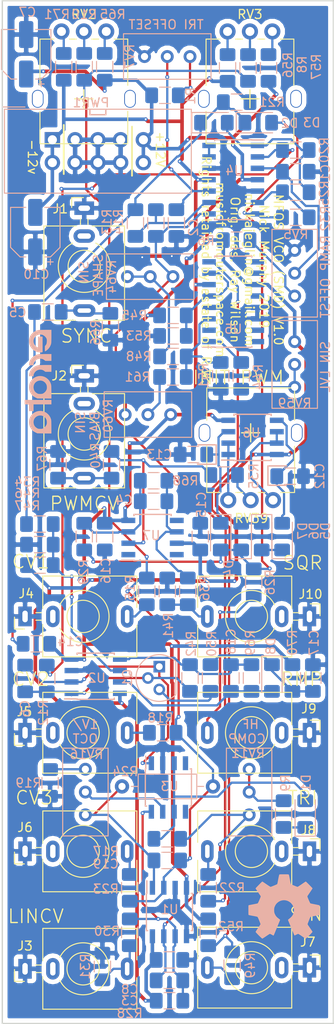
<source format=kicad_pcb>
(kicad_pcb (version 20171130) (host pcbnew "(5.0.1)-4")
  (layers (0 F.Cu signal) (31 B.Cu signal) (34 B.Paste user) (35 F.Paste user) (36 B.SilkS user) (37 F.SilkS user) (38 B.Mask user) (39 F.Mask user) (44 Edge.Cuts user))
  (net 0 "")
  (net 1 "Net-(C1-Pad1)")
  (net 2 GND)
  (net 3 "Net-(C2-Pad1)")
  (net 4 "Net-(C3-Pad2)")
  (net 5 "Net-(C3-Pad1)")
  (net 6 "Net-(C4-Pad1)")
  (net 7 "Net-(C4-Pad2)")
  (net 8 "Net-(C5-Pad2)")
  (net 9 SYNC)
  (net 10 "Net-(C6-Pad1)")
  (net 11 RAW)
  (net 12 +12V)
  (net 13 -12V)
  (net 14 "Net-(C12-Pad2)")
  (net 15 "Net-(C13-Pad1)")
  (net 16 "Net-(C14-Pad1)")
  (net 17 "Net-(C17-Pad1)")
  (net 18 "Net-(C18-Pad2)")
  (net 19 "Net-(C18-Pad1)")
  (net 20 "Net-(C19-Pad2)")
  (net 21 "Net-(C19-Pad1)")
  (net 22 "Net-(D1-Pad1)")
  (net 23 "Net-(D1-Pad2)")
  (net 24 "Net-(D2-Pad2)")
  (net 25 "Net-(D3-Pad2)")
  (net 26 "Net-(D5-Pad1)")
  (net 27 "Net-(D6-Pad1)")
  (net 28 "Net-(Q1-Pad3)")
  (net 29 "Net-(R1-Pad2)")
  (net 30 "Net-(R6-Pad2)")
  (net 31 R3P2)
  (net 32 "Net-(R9-Pad1)")
  (net 33 R2P2)
  (net 34 "Net-(R12-Pad1)")
  (net 35 "Net-(R13-Pad1)")
  (net 36 "Net-(R14-Pad1)")
  (net 37 CV1)
  (net 38 CV2)
  (net 39 "Net-(R19-Pad2)")
  (net 40 TRI)
  (net 41 CV3)
  (net 42 "Net-(R25-Pad2)")
  (net 43 RMP)
  (net 44 LIN)
  (net 45 "Net-(R34-Pad1)")
  (net 46 "Net-(R35-Pad1)")
  (net 47 R39P2)
  (net 48 SQR)
  (net 49 PWM)
  (net 50 "Net-(R44-Pad1)")
  (net 51 "Net-(R44-Pad2)")
  (net 52 "Net-(R45-Pad1)")
  (net 53 "Net-(R48-Pad1)")
  (net 54 "Net-(R48-Pad2)")
  (net 55 "Net-(R49-Pad2)")
  (net 56 SIN)
  (net 57 R2P1)
  (net 58 R3P3)
  (net 59 "Net-(R61-Pad2)")
  (net 60 "Net-(RV16-Pad2)")
  (net 61 R39P1)
  (net 62 R39P3)
  (net 63 "Net-(U4-Pad13)")
  (net 64 "Net-(U5-Pad2)")
  (net 65 "Net-(U5-Pad9)")
  (net 66 "Net-(U5-Pad10)")
  (net 67 "Net-(U5-Pad12)")
  (net 68 "Net-(U5-Pad15)")
  (net 69 "Net-(U5-Pad16)")
  (net 70 "Net-(U7-Pad8)")
  (net 71 "Net-(U7-Pad5)")
  (net 72 "Net-(U7-Pad1)")
  (net 73 "Net-(J1-PadTN)")
  (net 74 "Net-(J2-PadTN)")
  (net 75 "Net-(J3-PadTN)")
  (net 76 "Net-(J4-PadTN)")
  (net 77 "Net-(J5-PadTN)")
  (net 78 "Net-(J6-PadTN)")
  (net 79 "Net-(J7-PadTN)")
  (net 80 "Net-(J8-PadTN)")
  (net 81 "Net-(J9-PadTN)")
  (net 82 "Net-(J10-PadTN)")
  (net 83 R3P1)
  (net 84 R2P3)
  (module Capacitor_SMD:CP_Elec_5x4.5 (layer B.Cu) (at 146.939 -206.121 90)
    (fp_text reference C7 (at 4.699 0.127 180) (layer B.SilkS) (effects (justify mirror)))
    (fp_text value "10uF 25V electro")
    (pad 2 smd roundrect (at 2.2 0 90) (size 3 1.6) (layers B.Cu B.Paste B.Mask) (roundrect_rratio 0.15625) (net 2 GND))
    (pad 1 smd roundrect (at -2.2 0 90) (size 3 1.6) (layers B.Cu B.Paste B.Mask) (roundrect_rratio 0.15625) (net 12 +12V))
  )
  (module Capacitor_SMD:CP_Elec_5x4.5 (layer B.Cu) (at 147.955 -186.309 90)
    (fp_text reference C10 (at -4.699 0.127 180) (layer B.SilkS) (effects (justify mirror)))
    (fp_text value "10uF 25V electro")
    (pad 2 smd roundrect (at 2.2 0 90) (size 3 1.6) (layers B.Cu B.Paste B.Mask) (roundrect_rratio 0.15625) (net 13 -12V))
    (pad 1 smd roundrect (at -2.2 0 90) (size 3 1.6) (layers B.Cu B.Paste B.Mask) (roundrect_rratio 0.15625) (net 2 GND))
  )
  (module "custom footprints:3.5mm_tip_switch_thonkiconn" (layer F.Cu) (at 178.562 -130.556 270)
    (fp_text reference J9 (at -2.667 0.0635 180) (layer F.SilkS))
    (fp_text value RMP)
    (pad TN thru_hole oval (at 0 3.1 90) (size 2.4 1.5) (drill oval 1.5 0.6) (layers *.Cu *.Mask) (net 81 "Net-(J9-PadTN)"))
    (pad S thru_hole rect (at 0 0 90) (size 2.2 1.5) (drill oval 1.3 0.6) (layers *.Cu *.Mask) (net 2 GND))
    (pad T thru_hole oval (at 0 11.4 90) (size 2.5 1.4) (drill oval 1.5 0.5) (layers *.Cu *.Mask) (net 43 RMP))
  )
  (module Package_SO:SOIC-8_3.9x4.9mm_P1.27mm (layer B.Cu) (at 162.932652 -110.591128 270)
    (fp_text reference U1 (at -0.279872 -0.008348) (layer B.SilkS) (effects (justify mirror)))
    (fp_text value OP275)
    (pad 8 smd rect (at 2.7 1.905 270) (size 1.55 0.6) (layers B.Cu B.Paste B.Mask) (net 12 +12V))
    (pad 7 smd rect (at 2.7 0.635 270) (size 1.55 0.6) (layers B.Cu B.Paste B.Mask) (net 4 "Net-(C3-Pad2)"))
    (pad 6 smd rect (at 2.7 -0.635 270) (size 1.55 0.6) (layers B.Cu B.Paste B.Mask) (net 5 "Net-(C3-Pad1)"))
    (pad 5 smd rect (at 2.7 -1.905 270) (size 1.55 0.6) (layers B.Cu B.Paste B.Mask) (net 2 GND))
    (pad 4 smd rect (at -2.7 -1.905 270) (size 1.55 0.6) (layers B.Cu B.Paste B.Mask) (net 13 -12V))
    (pad 3 smd rect (at -2.7 -0.635 270) (size 1.55 0.6) (layers B.Cu B.Paste B.Mask) (net 2 GND))
    (pad 2 smd rect (at -2.7 0.635 270) (size 1.55 0.6) (layers B.Cu B.Paste B.Mask) (net 21 "Net-(C19-Pad1)"))
    (pad 1 smd rect (at -2.7 1.905 270) (size 1.55 0.6) (layers B.Cu B.Paste B.Mask) (net 20 "Net-(C19-Pad2)"))
  )
  (module Potentiometer_THT:Potentiometer_Bourns_3296W_Vertical (layer B.Cu) (at 176.911 -179.197 270)
    (fp_text reference RV5 (at -6.858 -0.127) (layer B.SilkS) (effects (justify mirror)))
    (fp_text value 10K)
    (pad 1 thru_hole circle (at 0 0 270) (size 1.44 1.44) (drill 0.8) (layers *.Cu *.Mask) (net 30 "Net-(R6-Pad2)"))
    (pad 2 thru_hole circle (at -2.54 0 270) (size 1.44 1.44) (drill 0.8) (layers *.Cu *.Mask) (net 1 "Net-(C1-Pad1)"))
    (pad 3 thru_hole circle (at -5.08 0 270) (size 1.44 1.44) (drill 0.8) (layers *.Cu *.Mask) (net 2 GND))
  )
  (module Package_SO:SOIC-14_3.9x8.7mm_P1.27mm (layer B.Cu) (at 170.053 -192.151 180)
    (fp_text reference U4 (at -0.127 1.016 180) (layer B.SilkS) (effects (justify mirror)))
    (fp_text value TL074)
    (pad 14 smd rect (at 2.7 3.81 180) (size 1.5 0.6) (layers B.Cu B.Paste B.Mask) (net 63 "Net-(U4-Pad13)"))
    (pad 13 smd rect (at 2.7 2.54 180) (size 1.5 0.6) (layers B.Cu B.Paste B.Mask) (net 63 "Net-(U4-Pad13)"))
    (pad 12 smd rect (at 2.7 1.27 180) (size 1.5 0.6) (layers B.Cu B.Paste B.Mask) (net 2 GND))
    (pad 11 smd rect (at 2.7 0 180) (size 1.5 0.6) (layers B.Cu B.Paste B.Mask) (net 13 -12V))
    (pad 10 smd rect (at 2.7 -1.27 180) (size 1.5 0.6) (layers B.Cu B.Paste B.Mask) (net 3 "Net-(C2-Pad1)"))
    (pad 9 smd rect (at 2.7 -2.54 180) (size 1.5 0.6) (layers B.Cu B.Paste B.Mask) (net 35 "Net-(R13-Pad1)"))
    (pad 8 smd rect (at 2.7 -3.81 180) (size 1.5 0.6) (layers B.Cu B.Paste B.Mask) (net 36 "Net-(R14-Pad1)"))
    (pad 7 smd rect (at -2.7 -3.81 180) (size 1.5 0.6) (layers B.Cu B.Paste B.Mask) (net 25 "Net-(D3-Pad2)"))
    (pad 6 smd rect (at -2.7 -2.54 180) (size 1.5 0.6) (layers B.Cu B.Paste B.Mask) (net 42 "Net-(R25-Pad2)"))
    (pad 5 smd rect (at -2.7 -1.27 180) (size 1.5 0.6) (layers B.Cu B.Paste B.Mask) (net 2 GND))
    (pad 4 smd rect (at -2.7 0 180) (size 1.5 0.6) (layers B.Cu B.Paste B.Mask) (net 12 +12V))
    (pad 3 smd rect (at -2.7 1.27 180) (size 1.5 0.6) (layers B.Cu B.Paste B.Mask) (net 1 "Net-(C1-Pad1)"))
    (pad 2 smd rect (at -2.7 2.54 180) (size 1.5 0.6) (layers B.Cu B.Paste B.Mask) (net 34 "Net-(R12-Pad1)"))
    (pad 1 smd rect (at -2.7 3.81 180) (size 1.5 0.6) (layers B.Cu B.Paste B.Mask) (net 24 "Net-(D2-Pad2)"))
  )
  (module Package_SO:SOIC-8_3.9x4.9mm_P1.27mm (layer B.Cu) (at 154.696633 -136.847529)
    (fp_text reference U2 (at 0.116367 0.195529 180) (layer B.SilkS) (effects (justify mirror)))
    (fp_text value TL072)
    (pad 1 smd rect (at -2.7 1.905) (size 1.55 0.6) (layers B.Cu B.Paste B.Mask) (net 11 RAW))
    (pad 2 smd rect (at -2.7 0.635) (size 1.55 0.6) (layers B.Cu B.Paste B.Mask) (net 10 "Net-(C6-Pad1)"))
    (pad 3 smd rect (at -2.7 -0.635) (size 1.55 0.6) (layers B.Cu B.Paste B.Mask) (net 2 GND))
    (pad 4 smd rect (at -2.7 -1.905) (size 1.55 0.6) (layers B.Cu B.Paste B.Mask) (net 13 -12V))
    (pad 5 smd rect (at 2.7 -1.905) (size 1.55 0.6) (layers B.Cu B.Paste B.Mask) (net 19 "Net-(C18-Pad1)"))
    (pad 6 smd rect (at 2.7 -0.635) (size 1.55 0.6) (layers B.Cu B.Paste B.Mask) (net 45 "Net-(R34-Pad1)"))
    (pad 7 smd rect (at 2.7 0.635) (size 1.55 0.6) (layers B.Cu B.Paste B.Mask) (net 18 "Net-(C18-Pad2)"))
    (pad 8 smd rect (at 2.7 1.905) (size 1.55 0.6) (layers B.Cu B.Paste B.Mask) (net 12 +12V))
  )
  (module Resistor_SMD:R_1206_3216Metric_Pad1.42x1.75mm_HandSolder (layer B.Cu) (at 149.235633 -136.601877 270)
    (fp_text reference R12 (at 3.81 0.391633 270) (layer B.SilkS) (effects (justify mirror)))
    (fp_text value 10K)
    (pad 2 smd roundrect (at 1.4875 0 270) (size 1.425 1.75) (layers B.Cu B.Paste B.Mask) (roundrect_rratio 0.175439) (net 11 RAW))
    (pad 1 smd roundrect (at -1.4875 0 270) (size 1.425 1.75) (layers B.Cu B.Paste B.Mask) (roundrect_rratio 0.175439) (net 34 "Net-(R12-Pad1)"))
  )
  (module Resistor_SMD:R_1206_3216Metric_Pad1.42x1.75mm_HandSolder (layer B.Cu) (at 169.037 -159.258)
    (fp_text reference R35 (at 3.302 0.127 90) (layer B.SilkS) (effects (justify mirror)))
    (fp_text value 10K)
    (pad 2 smd roundrect (at 1.4875 0) (size 1.425 1.75) (layers B.Cu B.Paste B.Mask) (roundrect_rratio 0.175439) (net 47 R39P2))
    (pad 1 smd roundrect (at -1.4875 0) (size 1.425 1.75) (layers B.Cu B.Paste B.Mask) (roundrect_rratio 0.175439) (net 46 "Net-(R35-Pad1)"))
  )
  (module Package_SO:SOIC-8_3.9x4.9mm_P1.27mm (layer B.Cu) (at 162.814 -124.46 270)
    (fp_text reference U3 (at -0.127 -0.127) (layer B.SilkS) (effects (justify mirror)))
    (fp_text value SSM2212)
    (pad 8 smd rect (at 2.7 1.905 270) (size 1.55 0.6) (layers B.Cu B.Paste B.Mask) (net 5 "Net-(C3-Pad1)"))
    (pad 7 smd rect (at 2.7 0.635 270) (size 1.55 0.6) (layers B.Cu B.Paste B.Mask) (net 60 "Net-(RV16-Pad2)"))
    (pad 6 smd rect (at 2.7 -0.635 270) (size 1.55 0.6) (layers B.Cu B.Paste B.Mask) (net 23 "Net-(D1-Pad2)"))
    (pad 5 smd rect (at 2.7 -1.905 270) (size 1.55 0.6) (layers B.Cu B.Paste B.Mask))
    (pad 4 smd rect (at -2.7 -1.905 270) (size 1.55 0.6) (layers B.Cu B.Paste B.Mask))
    (pad 3 smd rect (at -2.7 -0.635 270) (size 1.55 0.6) (layers B.Cu B.Paste B.Mask) (net 23 "Net-(D1-Pad2)"))
    (pad 2 smd rect (at -2.7 0.635 270) (size 1.55 0.6) (layers B.Cu B.Paste B.Mask) (net 2 GND))
    (pad 1 smd rect (at -2.7 1.905 270) (size 1.55 0.6) (layers B.Cu B.Paste B.Mask) (net 10 "Net-(C6-Pad1)"))
  )
  (module Resistor_THT:R_Axial_DIN0207_L6.3mm_D2.5mm_P10.16mm_Horizontal (layer B.Cu) (at 157.632872 -124.578652)
    (fp_text reference R24 (at 0.355128 -1.659348) (layer B.SilkS) (effects (justify mirror)))
    (fp_text value 2K)
    (pad 1 thru_hole circle (at 0 0) (size 1.6 1.6) (drill 0.8) (layers *.Cu *.Mask) (net 20 "Net-(C19-Pad2)"))
    (pad 2 thru_hole oval (at 10.16 0) (size 1.6 1.6) (drill 0.8) (layers *.Cu *.Mask) (net 21 "Net-(C19-Pad1)"))
  )
  (module Package_TO_SOT_THT:TO-92 (layer B.Cu) (at 161.798 -137.922 270)
    (fp_text reference Q1 (at 1.27 3.56 270) (layer B.SilkS) (effects (justify mirror)))
    (fp_text value PN4391)
    (pad 2 thru_hole circle (at 1.27 1.27 180) (size 1.3 1.3) (drill 0.75) (layers *.Cu *.Mask) (net 11 RAW))
    (pad 3 thru_hole circle (at 2.54 0 180) (size 1.3 1.3) (drill 0.75) (layers *.Cu *.Mask) (net 28 "Net-(Q1-Pad3)"))
    (pad 1 thru_hole rect (at 0 0 180) (size 1.3 1.3) (drill 0.75) (layers *.Cu *.Mask) (net 10 "Net-(C6-Pad1)"))
  )
  (module "Custom Parts:Potentiometer_Thonk_Alpha_9mm_Vertical" (layer F.Cu) (at 174.498 -156.464 90)
    (fp_text reference RV39 (at -2.032 -2.413 180) (layer F.SilkS))
    (fp_text value "100k lin")
    (pad "" thru_hole oval (at 7.5 2.65 180) (size 1.3 2) (drill oval 1.1 1.8) (layers *.Cu *.Mask))
    (pad 3 thru_hole circle (at 0 -5 90) (size 1.8 1.8) (drill 1) (layers *.Cu *.Mask) (net 62 R39P3))
    (pad 2 thru_hole circle (at 0 -2.5 90) (size 1.8 1.8) (drill 1) (layers *.Cu *.Mask) (net 47 R39P2))
    (pad 1 thru_hole circle (at 0 0 90) (size 1.8 1.8) (drill 1) (layers *.Cu *.Mask) (net 61 R39P1))
    (pad "" thru_hole oval (at 7.5 -7.65 180) (size 1.3 2) (drill oval 1.1 1.8) (layers *.Cu *.Mask))
  )
  (module "Custom Parts:Potentiometer_Thonk_Alpha_9mm_Vertical" (layer F.Cu) (at 169.418 -208.661 270)
    (fp_text reference RV3 (at -1.905 -2.5) (layer F.SilkS))
    (fp_text value "100k lin")
    (pad "" thru_hole oval (at 7.5 2.65) (size 1.3 2) (drill oval 1.1 1.8) (layers *.Cu *.Mask))
    (pad 3 thru_hole circle (at 0 -5 270) (size 1.8 1.8) (drill 1) (layers *.Cu *.Mask) (net 58 R3P3))
    (pad 2 thru_hole circle (at 0 -2.5 270) (size 1.8 1.8) (drill 1) (layers *.Cu *.Mask) (net 31 R3P2))
    (pad 1 thru_hole circle (at 0 0 270) (size 1.8 1.8) (drill 1) (layers *.Cu *.Mask) (net 83 R3P1))
    (pad "" thru_hole oval (at 7.5 -7.65) (size 1.3 2) (drill oval 1.1 1.8) (layers *.Cu *.Mask))
  )
  (module "Custom Parts:Potentiometer_Thonk_Alpha_9mm_Vertical" (layer F.Cu) (at 150.876 -208.661 270)
    (fp_text reference RV2 (at -1.905 -2.5) (layer F.SilkS))
    (fp_text value "100k lin")
    (pad "" thru_hole oval (at 7.5 2.65) (size 1.3 2) (drill oval 1.1 1.8) (layers *.Cu *.Mask))
    (pad 3 thru_hole circle (at 0 -5 270) (size 1.8 1.8) (drill 1) (layers *.Cu *.Mask) (net 84 R2P3))
    (pad 2 thru_hole circle (at 0 -2.5 270) (size 1.8 1.8) (drill 1) (layers *.Cu *.Mask) (net 33 R2P2))
    (pad 1 thru_hole circle (at 0 0 270) (size 1.8 1.8) (drill 1) (layers *.Cu *.Mask) (net 57 R2P1))
    (pad "" thru_hole oval (at 7.5 -7.65) (size 1.3 2) (drill oval 1.1 1.8) (layers *.Cu *.Mask))
  )
  (module Capacitor_SMD:C_1206_3216Metric_Pad1.42x1.75mm_HandSolder (layer B.Cu) (at 177.038 -193.04)
    (fp_text reference C1 (at 3.302 0.127 270) (layer B.SilkS) (effects (justify mirror)))
    (fp_text value 0.1uF)
    (pad 1 smd roundrect (at -1.4875 0) (size 1.425 1.75) (layers B.Cu B.Paste B.Mask) (roundrect_rratio 0.175439) (net 1 "Net-(C1-Pad1)"))
    (pad 2 smd roundrect (at 1.4875 0) (size 1.425 1.75) (layers B.Cu B.Paste B.Mask) (roundrect_rratio 0.175439) (net 2 GND))
  )
  (module Capacitor_SMD:C_1206_3216Metric_Pad1.42x1.75mm_HandSolder (layer B.Cu) (at 163.703 -187.325 270)
    (fp_text reference C2 (at 0.508 -1.905 270) (layer B.SilkS) (effects (justify mirror)))
    (fp_text value 0.1uF)
    (pad 2 smd roundrect (at 1.4875 0 270) (size 1.425 1.75) (layers B.Cu B.Paste B.Mask) (roundrect_rratio 0.175439) (net 2 GND))
    (pad 1 smd roundrect (at -1.4875 0 270) (size 1.425 1.75) (layers B.Cu B.Paste B.Mask) (roundrect_rratio 0.175439) (net 3 "Net-(C2-Pad1)"))
  )
  (module Capacitor_SMD:C_1206_3216Metric_Pad1.42x1.75mm_HandSolder (layer B.Cu) (at 162.932652 -102.971128 180)
    (fp_text reference C3 (at 4.436652 -2.260128 180) (layer B.SilkS) (effects (justify mirror)))
    (fp_text value 100pF)
    (pad 1 smd roundrect (at -1.4875 0 180) (size 1.425 1.75) (layers B.Cu B.Paste B.Mask) (roundrect_rratio 0.175439) (net 5 "Net-(C3-Pad1)"))
    (pad 2 smd roundrect (at 1.4875 0 180) (size 1.425 1.75) (layers B.Cu B.Paste B.Mask) (roundrect_rratio 0.175439) (net 4 "Net-(C3-Pad2)"))
  )
  (module Capacitor_SMD:C_1206_3216Metric_Pad1.42x1.75mm_HandSolder (layer B.Cu) (at 161.163 -156.337)
    (fp_text reference C4 (at -3.302 -0.127) (layer B.SilkS) (effects (justify mirror)))
    (fp_text value 10pF)
    (pad 2 smd roundrect (at 1.4875 0) (size 1.425 1.75) (layers B.Cu B.Paste B.Mask) (roundrect_rratio 0.175439) (net 7 "Net-(C4-Pad2)"))
    (pad 1 smd roundrect (at -1.4875 0) (size 1.425 1.75) (layers B.Cu B.Paste B.Mask) (roundrect_rratio 0.175439) (net 6 "Net-(C4-Pad1)"))
  )
  (module Capacitor_SMD:C_1206_3216Metric_Pad1.42x1.75mm_HandSolder (layer B.Cu) (at 149.352 -177.419 180)
    (fp_text reference C5 (at 3.3655 -0.0635 180) (layer B.SilkS) (effects (justify mirror)))
    (fp_text value 0.001uF)
    (pad 1 smd roundrect (at -1.4875 0 180) (size 1.425 1.75) (layers B.Cu B.Paste B.Mask) (roundrect_rratio 0.175439) (net 9 SYNC))
    (pad 2 smd roundrect (at 1.4875 0 180) (size 1.425 1.75) (layers B.Cu B.Paste B.Mask) (roundrect_rratio 0.175439) (net 8 "Net-(C5-Pad2)"))
  )
  (module Capacitor_SMD:C_1206_3216Metric_Pad1.42x1.75mm_HandSolder (layer B.Cu) (at 146.822633 -136.601877 270)
    (fp_text reference C6 (at 3.378877 0.010633 270) (layer B.SilkS) (effects (justify mirror)))
    (fp_text value "0.005uF mica, polycarb, or polysty")
    (pad 1 smd roundrect (at -1.4875 0 270) (size 1.425 1.75) (layers B.Cu B.Paste B.Mask) (roundrect_rratio 0.175439) (net 10 "Net-(C6-Pad1)"))
    (pad 2 smd roundrect (at 1.4875 0 270) (size 1.425 1.75) (layers B.Cu B.Paste B.Mask) (roundrect_rratio 0.175439) (net 11 RAW))
  )
  (module Capacitor_SMD:C_1206_3216Metric_Pad1.42x1.75mm_HandSolder (layer B.Cu) (at 162.932652 -105.257128)
    (fp_text reference C8 (at -4.436652 3.276128) (layer B.SilkS) (effects (justify mirror)))
    (fp_text value 0.1uF)
    (pad 1 smd roundrect (at -1.4875 0) (size 1.425 1.75) (layers B.Cu B.Paste B.Mask) (roundrect_rratio 0.175439) (net 12 +12V))
    (pad 2 smd roundrect (at 1.4875 0) (size 1.425 1.75) (layers B.Cu B.Paste B.Mask) (roundrect_rratio 0.175439) (net 2 GND))
  )
  (module Capacitor_SMD:C_1206_3216Metric_Pad1.42x1.75mm_HandSolder (layer B.Cu) (at 176.403 -159.131 180)
    (fp_text reference C12 (at -3.302 0 270) (layer B.SilkS) (effects (justify mirror)))
    (fp_text value "1uF 25V tant")
    (pad 1 smd roundrect (at -1.4875 0 180) (size 1.425 1.75) (layers B.Cu B.Paste B.Mask) (roundrect_rratio 0.175439) (net 2 GND))
    (pad 2 smd roundrect (at 1.4875 0 180) (size 1.425 1.75) (layers B.Cu B.Paste B.Mask) (roundrect_rratio 0.175439) (net 14 "Net-(C12-Pad2)"))
  )
  (module Capacitor_SMD:C_1206_3216Metric_Pad1.42x1.75mm_HandSolder (layer B.Cu) (at 165.608 -161.544 180)
    (fp_text reference C13 (at 3.81 0 180) (layer B.SilkS) (effects (justify mirror)))
    (fp_text value "1uF 25V tant")
    (pad 2 smd roundrect (at 1.4875 0 180) (size 1.425 1.75) (layers B.Cu B.Paste B.Mask) (roundrect_rratio 0.175439) (net 2 GND))
    (pad 1 smd roundrect (at -1.4875 0 180) (size 1.425 1.75) (layers B.Cu B.Paste B.Mask) (roundrect_rratio 0.175439) (net 15 "Net-(C13-Pad1)"))
  )
  (module Capacitor_SMD:C_1206_3216Metric_Pad1.42x1.75mm_HandSolder (layer B.Cu) (at 148.082 -140.462)
    (fp_text reference C14 (at 3.81 -0.254) (layer B.SilkS) (effects (justify mirror)))
    (fp_text value 0.002uF)
    (pad 2 smd roundrect (at 1.4875 0) (size 1.425 1.75) (layers B.Cu B.Paste B.Mask) (roundrect_rratio 0.175439) (net 13 -12V))
    (pad 1 smd roundrect (at -1.4875 0) (size 1.425 1.75) (layers B.Cu B.Paste B.Mask) (roundrect_rratio 0.175439) (net 16 "Net-(C14-Pad1)"))
  )
  (module Capacitor_SMD:C_1206_3216Metric_Pad1.42x1.75mm_HandSolder (layer B.Cu) (at 166.37 -152.4 90)
    (fp_text reference C15 (at 3.556 0.127 90) (layer B.SilkS) (effects (justify mirror)))
    (fp_text value .1uF)
    (pad 2 smd roundrect (at 1.4875 0 90) (size 1.425 1.75) (layers B.Cu B.Paste B.Mask) (roundrect_rratio 0.175439) (net 2 GND))
    (pad 1 smd roundrect (at -1.4875 0 90) (size 1.425 1.75) (layers B.Cu B.Paste B.Mask) (roundrect_rratio 0.175439) (net 12 +12V))
  )
  (module Capacitor_SMD:C_1206_3216Metric_Pad1.42x1.75mm_HandSolder (layer B.Cu) (at 155.702 -152.4 270)
    (fp_text reference C16 (at 3.81 -0.127 270) (layer B.SilkS) (effects (justify mirror)))
    (fp_text value .1uF)
    (pad 1 smd roundrect (at -1.4875 0 270) (size 1.425 1.75) (layers B.Cu B.Paste B.Mask) (roundrect_rratio 0.175439) (net 13 -12V))
    (pad 2 smd roundrect (at 1.4875 0 270) (size 1.425 1.75) (layers B.Cu B.Paste B.Mask) (roundrect_rratio 0.175439) (net 2 GND))
  )
  (module Capacitor_SMD:C_1206_3216Metric_Pad1.42x1.75mm_HandSolder (layer B.Cu) (at 178.943 -136.652 90)
    (fp_text reference C17 (at 3.937 0.127 90) (layer B.SilkS) (effects (justify mirror)))
    (fp_text value 100pF)
    (pad 2 smd roundrect (at 1.4875 0 90) (size 1.425 1.75) (layers B.Cu B.Paste B.Mask) (roundrect_rratio 0.175439) (net 2 GND))
    (pad 1 smd roundrect (at -1.4875 0 90) (size 1.425 1.75) (layers B.Cu B.Paste B.Mask) (roundrect_rratio 0.175439) (net 17 "Net-(C17-Pad1)"))
  )
  (module Capacitor_SMD:C_1206_3216Metric_Pad1.42x1.75mm_HandSolder (layer B.Cu) (at 169.799 -136.652 270)
    (fp_text reference C18 (at -4.064 0 270) (layer B.SilkS) (effects (justify mirror)))
    (fp_text value 4.7pF)
    (pad 2 smd roundrect (at 1.4875 0 270) (size 1.425 1.75) (layers B.Cu B.Paste B.Mask) (roundrect_rratio 0.175439) (net 18 "Net-(C18-Pad2)"))
    (pad 1 smd roundrect (at -1.4875 0 270) (size 1.425 1.75) (layers B.Cu B.Paste B.Mask) (roundrect_rratio 0.175439) (net 19 "Net-(C18-Pad1)"))
  )
  (module Capacitor_SMD:C_1206_3216Metric_Pad1.42x1.75mm_HandSolder (layer B.Cu) (at 162.687 -116.332 180)
    (fp_text reference C19 (at 6.858 -0.381 180) (layer B.SilkS) (effects (justify mirror)))
    (fp_text value 100pF)
    (pad 2 smd roundrect (at 1.4875 0 180) (size 1.425 1.75) (layers B.Cu B.Paste B.Mask) (roundrect_rratio 0.175439) (net 20 "Net-(C19-Pad2)"))
    (pad 1 smd roundrect (at -1.4875 0 180) (size 1.425 1.75) (layers B.Cu B.Paste B.Mask) (roundrect_rratio 0.175439) (net 21 "Net-(C19-Pad1)"))
  )
  (module Diode_SMD:D_1206_3216Metric_Pad1.42x1.75mm_HandSolder (layer B.Cu) (at 178.087402 -121.49617 90)
    (fp_text reference D1 (at 3.47183 0.093598 90) (layer B.SilkS) (effects (justify mirror)))
    (fp_text value 1N914)
    (pad 2 smd roundrect (at 1.4875 0 90) (size 1.425 1.75) (layers B.Cu B.Paste B.Mask) (roundrect_rratio 0.175439) (net 23 "Net-(D1-Pad2)"))
    (pad 1 smd roundrect (at -1.4875 0 90) (size 1.425 1.75) (layers B.Cu B.Paste B.Mask) (roundrect_rratio 0.175439) (net 22 "Net-(D1-Pad1)"))
  )
  (module Diode_SMD:D_1206_3216Metric_Pad1.42x1.75mm_HandSolder (layer B.Cu) (at 167.894 -198.501)
    (fp_text reference D2 (at 8.4455 0.0635) (layer B.SilkS) (effects (justify mirror)))
    (fp_text value 1N914)
    (pad 1 smd roundrect (at -1.4875 0) (size 1.425 1.75) (layers B.Cu B.Paste B.Mask) (roundrect_rratio 0.175439) (net 16 "Net-(C14-Pad1)"))
    (pad 2 smd roundrect (at 1.4875 0) (size 1.425 1.75) (layers B.Cu B.Paste B.Mask) (roundrect_rratio 0.175439) (net 24 "Net-(D2-Pad2)"))
  )
  (module Diode_SMD:D_1206_3216Metric_Pad1.42x1.75mm_HandSolder (layer B.Cu) (at 172.847 -198.501)
    (fp_text reference D3 (at 5.969 0) (layer B.SilkS) (effects (justify mirror)))
    (fp_text value 1N914)
    (pad 2 smd roundrect (at 1.4875 0) (size 1.425 1.75) (layers B.Cu B.Paste B.Mask) (roundrect_rratio 0.175439) (net 25 "Net-(D3-Pad2)"))
    (pad 1 smd roundrect (at -1.4875 0) (size 1.425 1.75) (layers B.Cu B.Paste B.Mask) (roundrect_rratio 0.175439) (net 16 "Net-(C14-Pad1)"))
  )
  (module Diode_SMD:D_1206_3216Metric_Pad1.42x1.75mm_HandSolder (layer B.Cu) (at 168.656 -152.4 270)
    (fp_text reference D4 (at 3.556 -0.889 270) (layer B.SilkS) (effects (justify mirror)))
    (fp_text value 1N914)
    (pad 2 smd roundrect (at 1.4875 0 270) (size 1.425 1.75) (layers B.Cu B.Paste B.Mask) (roundrect_rratio 0.175439) (net 25 "Net-(D3-Pad2)"))
    (pad 1 smd roundrect (at -1.4875 0 270) (size 1.425 1.75) (layers B.Cu B.Paste B.Mask) (roundrect_rratio 0.175439) (net 15 "Net-(C13-Pad1)"))
  )
  (module Diode_SMD:D_1206_3216Metric_Pad1.42x1.75mm_HandSolder (layer B.Cu) (at 175.514 -152.4 90)
    (fp_text reference D5 (at 0.635 4.826 90) (layer B.SilkS) (effects (justify mirror)))
    (fp_text value 1N914)
    (pad 1 smd roundrect (at -1.4875 0 90) (size 1.425 1.75) (layers B.Cu B.Paste B.Mask) (roundrect_rratio 0.175439) (net 26 "Net-(D5-Pad1)"))
    (pad 2 smd roundrect (at 1.4875 0 90) (size 1.425 1.75) (layers B.Cu B.Paste B.Mask) (roundrect_rratio 0.175439) (net 14 "Net-(C12-Pad2)"))
  )
  (module Diode_SMD:D_1206_3216Metric_Pad1.42x1.75mm_HandSolder (layer B.Cu) (at 173.228 -152.4 270)
    (fp_text reference D6 (at -0.635 -5.842 270) (layer B.SilkS) (effects (justify mirror)))
    (fp_text value 1N914)
    (pad 2 smd roundrect (at 1.4875 0 270) (size 1.425 1.75) (layers B.Cu B.Paste B.Mask) (roundrect_rratio 0.175439) (net 26 "Net-(D5-Pad1)"))
    (pad 1 smd roundrect (at -1.4875 0 270) (size 1.425 1.75) (layers B.Cu B.Paste B.Mask) (roundrect_rratio 0.175439) (net 27 "Net-(D6-Pad1)"))
  )
  (module Diode_SMD:D_1206_3216Metric_Pad1.42x1.75mm_HandSolder (layer B.Cu) (at 170.942 -152.4 90)
    (fp_text reference D7 (at 0.635 6.858 90) (layer B.SilkS) (effects (justify mirror)))
    (fp_text value 1N914)
    (pad 1 smd roundrect (at -1.4875 0 90) (size 1.425 1.75) (layers B.Cu B.Paste B.Mask) (roundrect_rratio 0.175439) (net 25 "Net-(D3-Pad2)"))
    (pad 2 smd roundrect (at 1.4875 0 90) (size 1.425 1.75) (layers B.Cu B.Paste B.Mask) (roundrect_rratio 0.175439) (net 27 "Net-(D6-Pad1)"))
  )
  (module Diode_SMD:D_1206_3216Metric_Pad1.42x1.75mm_HandSolder (layer B.Cu) (at 174.371 -136.652 270)
    (fp_text reference D8 (at -3.556 0.127 270) (layer B.SilkS) (effects (justify mirror)))
    (fp_text value 1N914)
    (pad 1 smd roundrect (at -1.4875 0 270) (size 1.425 1.75) (layers B.Cu B.Paste B.Mask) (roundrect_rratio 0.175439) (net 17 "Net-(C17-Pad1)"))
    (pad 2 smd roundrect (at 1.4875 0 270) (size 1.425 1.75) (layers B.Cu B.Paste B.Mask) (roundrect_rratio 0.175439) (net 18 "Net-(C18-Pad2)"))
  )
  (module "custom footprints:3.5mm_tip_switch_thonkiconn" (layer F.Cu) (at 153.416 -188.976)
    (fp_text reference J1 (at -2.667 0.0635 180) (layer F.SilkS))
    (fp_text value SYNC)
    (pad T thru_hole oval (at 0 11.4 180) (size 2.5 1.4) (drill oval 1.5 0.5) (layers *.Cu *.Mask) (net 9 SYNC))
    (pad S thru_hole rect (at 0 0 180) (size 2.2 1.5) (drill oval 1.3 0.6) (layers *.Cu *.Mask) (net 2 GND))
    (pad TN thru_hole oval (at 0 3.1 180) (size 2.4 1.5) (drill oval 1.5 0.6) (layers *.Cu *.Mask) (net 73 "Net-(J1-PadTN)"))
  )
  (module "custom footprints:3.5mm_tip_switch_thonkiconn" (layer F.Cu) (at 153.416 -170.307)
    (fp_text reference J2 (at -2.794 0 180) (layer F.SilkS))
    (fp_text value PWM)
    (pad TN thru_hole oval (at 0 3.1 180) (size 2.4 1.5) (drill oval 1.5 0.6) (layers *.Cu *.Mask) (net 74 "Net-(J2-PadTN)"))
    (pad S thru_hole rect (at 0 0 180) (size 2.2 1.5) (drill oval 1.3 0.6) (layers *.Cu *.Mask) (net 2 GND))
    (pad T thru_hole oval (at 0 11.4 180) (size 2.5 1.4) (drill oval 1.5 0.5) (layers *.Cu *.Mask) (net 49 PWM))
  )
  (module "custom footprints:3.5mm_tip_switch_thonkiconn" (layer F.Cu) (at 146.812 -104.267 90)
    (fp_text reference J3 (at 2.54 0) (layer F.SilkS))
    (fp_text value LIN)
    (pad TN thru_hole oval (at 0 3.1 270) (size 2.4 1.5) (drill oval 1.5 0.6) (layers *.Cu *.Mask) (net 75 "Net-(J3-PadTN)"))
    (pad S thru_hole rect (at 0 0 270) (size 2.2 1.5) (drill oval 1.3 0.6) (layers *.Cu *.Mask) (net 2 GND))
    (pad T thru_hole oval (at 0 11.4 270) (size 2.5 1.4) (drill oval 1.5 0.5) (layers *.Cu *.Mask) (net 44 LIN))
  )
  (module "custom footprints:3.5mm_tip_switch_thonkiconn" (layer F.Cu) (at 146.812 -143.51 90)
    (fp_text reference J4 (at 2.54 0.127) (layer F.SilkS))
    (fp_text value CV1)
    (pad TN thru_hole oval (at 0 3.1 270) (size 2.4 1.5) (drill oval 1.5 0.6) (layers *.Cu *.Mask) (net 76 "Net-(J4-PadTN)"))
    (pad S thru_hole rect (at 0 0 270) (size 2.2 1.5) (drill oval 1.3 0.6) (layers *.Cu *.Mask) (net 2 GND))
    (pad T thru_hole oval (at 0 11.4 270) (size 2.5 1.4) (drill oval 1.5 0.5) (layers *.Cu *.Mask) (net 37 CV1))
  )
  (module "custom footprints:3.5mm_tip_switch_thonkiconn" (layer F.Cu) (at 146.812 -130.556 90)
    (fp_text reference J5 (at 2.3495 -0.0635) (layer F.SilkS))
    (fp_text value CV2)
    (pad T thru_hole oval (at 0 11.4 270) (size 2.5 1.4) (drill oval 1.5 0.5) (layers *.Cu *.Mask) (net 38 CV2))
    (pad S thru_hole rect (at 0 0 270) (size 2.2 1.5) (drill oval 1.3 0.6) (layers *.Cu *.Mask) (net 2 GND))
    (pad TN thru_hole oval (at 0 3.1 270) (size 2.4 1.5) (drill oval 1.5 0.6) (layers *.Cu *.Mask) (net 77 "Net-(J5-PadTN)"))
  )
  (module "custom footprints:3.5mm_tip_switch_thonkiconn" (layer F.Cu) (at 146.812 -117.348 90)
    (fp_text reference J6 (at 2.667 0) (layer F.SilkS))
    (fp_text value CV3)
    (pad TN thru_hole oval (at 0 3.1 270) (size 2.4 1.5) (drill oval 1.5 0.6) (layers *.Cu *.Mask) (net 78 "Net-(J6-PadTN)"))
    (pad S thru_hole rect (at 0 0 270) (size 2.2 1.5) (drill oval 1.3 0.6) (layers *.Cu *.Mask) (net 2 GND))
    (pad T thru_hole oval (at 0 11.4 270) (size 2.5 1.4) (drill oval 1.5 0.5) (layers *.Cu *.Mask) (net 41 CV3))
  )
  (module "custom footprints:3.5mm_tip_switch_thonkiconn" (layer F.Cu) (at 178.562 -104.394 270)
    (fp_text reference J7 (at -2.8575 0.1905 180) (layer F.SilkS))
    (fp_text value SIN)
    (pad T thru_hole oval (at 0 11.4 90) (size 2.5 1.4) (drill oval 1.5 0.5) (layers *.Cu *.Mask) (net 56 SIN))
    (pad S thru_hole rect (at 0 0 90) (size 2.2 1.5) (drill oval 1.3 0.6) (layers *.Cu *.Mask) (net 2 GND))
    (pad TN thru_hole oval (at 0 3.1 90) (size 2.4 1.5) (drill oval 1.5 0.6) (layers *.Cu *.Mask) (net 79 "Net-(J7-PadTN)"))
  )
  (module "custom footprints:3.5mm_tip_switch_thonkiconn" (layer F.Cu) (at 178.562 -117.348 270)
    (fp_text reference J8 (at -2.3495 0.127 180) (layer F.SilkS))
    (fp_text value TRI)
    (pad T thru_hole oval (at 0 11.4 90) (size 2.5 1.4) (drill oval 1.5 0.5) (layers *.Cu *.Mask) (net 40 TRI))
    (pad S thru_hole rect (at 0 0 90) (size 2.2 1.5) (drill oval 1.3 0.6) (layers *.Cu *.Mask) (net 2 GND))
    (pad TN thru_hole oval (at 0 3.1 90) (size 2.4 1.5) (drill oval 1.5 0.6) (layers *.Cu *.Mask) (net 80 "Net-(J8-PadTN)"))
  )
  (module "custom footprints:3.5mm_tip_switch_thonkiconn" (layer F.Cu) (at 178.562 -143.51 270)
    (fp_text reference J10 (at -2.4765 -0.127 180) (layer F.SilkS))
    (fp_text value SQR)
    (pad T thru_hole oval (at 0 11.4 90) (size 2.5 1.4) (drill oval 1.5 0.5) (layers *.Cu *.Mask) (net 48 SQR))
    (pad S thru_hole rect (at 0 0 90) (size 2.2 1.5) (drill oval 1.3 0.6) (layers *.Cu *.Mask) (net 2 GND))
    (pad TN thru_hole oval (at 0 3.1 90) (size 2.4 1.5) (drill oval 1.5 0.6) (layers *.Cu *.Mask) (net 82 "Net-(J10-PadTN)"))
  )
  (module Connector_IDC:IDC-Header_2x05_P2.54mm_Vertical (layer B.Cu) (at 149.86 -196.596 270)
    (fp_text reference PWR1 (at -4.1275 -4.318) (layer B.SilkS) (effects (justify mirror)))
    (fp_text value Conn_02x05_Odd_Even)
    (pad 1 thru_hole rect (at 0 0 270) (size 1.7272 1.7272) (drill 1.016) (layers *.Cu *.Mask) (net 13 -12V))
    (pad 2 thru_hole oval (at 2.54 0 270) (size 1.7272 1.7272) (drill 1.016) (layers *.Cu *.Mask) (net 13 -12V))
    (pad 3 thru_hole oval (at 0 -2.54 270) (size 1.7272 1.7272) (drill 1.016) (layers *.Cu *.Mask) (net 2 GND))
    (pad 4 thru_hole oval (at 2.54 -2.54 270) (size 1.7272 1.7272) (drill 1.016) (layers *.Cu *.Mask) (net 2 GND))
    (pad 5 thru_hole oval (at 0 -5.08 270) (size 1.7272 1.7272) (drill 1.016) (layers *.Cu *.Mask) (net 2 GND))
    (pad 6 thru_hole oval (at 2.54 -5.08 270) (size 1.7272 1.7272) (drill 1.016) (layers *.Cu *.Mask) (net 2 GND))
    (pad 7 thru_hole oval (at 0 -7.62 270) (size 1.7272 1.7272) (drill 1.016) (layers *.Cu *.Mask) (net 2 GND))
    (pad 8 thru_hole oval (at 2.54 -7.62 270) (size 1.7272 1.7272) (drill 1.016) (layers *.Cu *.Mask) (net 2 GND))
    (pad 9 thru_hole oval (at 0 -10.16 270) (size 1.7272 1.7272) (drill 1.016) (layers *.Cu *.Mask) (net 12 +12V))
    (pad 10 thru_hole oval (at 2.54 -10.16 270) (size 1.7272 1.7272) (drill 1.016) (layers *.Cu *.Mask) (net 12 +12V))
  )
  (module Resistor_SMD:R_1206_3216Metric_Pad1.42x1.75mm_HandSolder (layer B.Cu) (at 162.433 -201.549)
    (fp_text reference R1 (at 2.8575 0.0635 90) (layer B.SilkS) (effects (justify mirror)))
    (fp_text value 10K)
    (pad 1 smd roundrect (at -1.4875 0) (size 1.425 1.75) (layers B.Cu B.Paste B.Mask) (roundrect_rratio 0.175439) (net 12 +12V))
    (pad 2 smd roundrect (at 1.4875 0) (size 1.425 1.75) (layers B.Cu B.Paste B.Mask) (roundrect_rratio 0.175439) (net 29 "Net-(R1-Pad2)"))
  )
  (module Resistor_SMD:R_1206_3216Metric_Pad1.42x1.75mm_HandSolder (layer B.Cu) (at 170.434 -185.42)
    (fp_text reference R6 (at -3.429 0.0635) (layer B.SilkS) (effects (justify mirror)))
    (fp_text value 100k)
    (pad 1 smd roundrect (at -1.4875 0) (size 1.425 1.75) (layers B.Cu B.Paste B.Mask) (roundrect_rratio 0.175439) (net 12 +12V))
    (pad 2 smd roundrect (at 1.4875 0) (size 1.425 1.75) (layers B.Cu B.Paste B.Mask) (roundrect_rratio 0.175439) (net 30 "Net-(R6-Pad2)"))
  )
  (module Resistor_SMD:R_1206_3216Metric_Pad1.42x1.75mm_HandSolder (layer B.Cu) (at 171.704 -204.597 90)
    (fp_text reference R8 (at 0.381 6.0325 90) (layer B.SilkS) (effects (justify mirror)))
    (fp_text value 1M)
    (pad 1 smd roundrect (at -1.4875 0 90) (size 1.425 1.75) (layers B.Cu B.Paste B.Mask) (roundrect_rratio 0.175439) (net 21 "Net-(C19-Pad1)"))
    (pad 2 smd roundrect (at 1.4875 0 90) (size 1.425 1.75) (layers B.Cu B.Paste B.Mask) (roundrect_rratio 0.175439) (net 31 R3P2))
  )
  (module Resistor_SMD:R_1206_3216Metric_Pad1.42x1.75mm_HandSolder (layer B.Cu) (at 175.674402 -121.49617 270)
    (fp_text reference R9 (at -3.47183 -0.220598 90) (layer B.SilkS) (effects (justify mirror)))
    (fp_text value 4.7K)
    (pad 2 smd roundrect (at 1.4875 0 270) (size 1.425 1.75) (layers B.Cu B.Paste B.Mask) (roundrect_rratio 0.175439) (net 22 "Net-(D1-Pad1)"))
    (pad 1 smd roundrect (at -1.4875 0 270) (size 1.425 1.75) (layers B.Cu B.Paste B.Mask) (roundrect_rratio 0.175439) (net 32 "Net-(R9-Pad1)"))
  )
  (module Resistor_SMD:R_1206_3216Metric_Pad1.42x1.75mm_HandSolder (layer B.Cu) (at 153.416 -204.724 90)
    (fp_text reference R10 (at 5.842 0 180) (layer B.SilkS) (effects (justify mirror)))
    (fp_text value 100k)
    (pad 2 smd roundrect (at 1.4875 0 90) (size 1.425 1.75) (layers B.Cu B.Paste B.Mask) (roundrect_rratio 0.175439) (net 33 R2P2))
    (pad 1 smd roundrect (at -1.4875 0 90) (size 1.425 1.75) (layers B.Cu B.Paste B.Mask) (roundrect_rratio 0.175439) (net 21 "Net-(C19-Pad1)"))
  )
  (module Resistor_SMD:R_1206_3216Metric_Pad1.42x1.75mm_HandSolder (layer B.Cu) (at 159.131 -187.325 90)
    (fp_text reference R13 (at 0.127 -3.175 90) (layer B.SilkS) (effects (justify mirror)))
    (fp_text value 10K)
    (pad 2 smd roundrect (at 1.4875 0 90) (size 1.425 1.75) (layers B.Cu B.Paste B.Mask) (roundrect_rratio 0.175439) (net 16 "Net-(C14-Pad1)"))
    (pad 1 smd roundrect (at -1.4875 0 90) (size 1.425 1.75) (layers B.Cu B.Paste B.Mask) (roundrect_rratio 0.175439) (net 35 "Net-(R13-Pad1)"))
  )
  (module Resistor_SMD:R_1206_3216Metric_Pad1.42x1.75mm_HandSolder (layer B.Cu) (at 161.417 -187.325 90)
    (fp_text reference R14 (at 0.127 -4.191 90) (layer B.SilkS) (effects (justify mirror)))
    (fp_text value 20K)
    (pad 1 smd roundrect (at -1.4875 0 90) (size 1.425 1.75) (layers B.Cu B.Paste B.Mask) (roundrect_rratio 0.175439) (net 36 "Net-(R14-Pad1)"))
    (pad 2 smd roundrect (at 1.4875 0 90) (size 1.425 1.75) (layers B.Cu B.Paste B.Mask) (roundrect_rratio 0.175439) (net 35 "Net-(R13-Pad1)"))
  )
  (module Resistor_SMD:R_1206_3216Metric_Pad1.42x1.75mm_HandSolder (layer B.Cu) (at 160.401 -146.304 270)
    (fp_text reference R15 (at -0.381 1.8415 90) (layer B.SilkS) (effects (justify mirror)))
    (fp_text value 100k)
    (pad 2 smd roundrect (at 1.4875 0 270) (size 1.425 1.75) (layers B.Cu B.Paste B.Mask) (roundrect_rratio 0.175439) (net 37 CV1))
    (pad 1 smd roundrect (at -1.4875 0 270) (size 1.425 1.75) (layers B.Cu B.Paste B.Mask) (roundrect_rratio 0.175439) (net 21 "Net-(C19-Pad1)"))
  )
  (module Resistor_SMD:R_1206_3216Metric_Pad1.42x1.75mm_HandSolder (layer B.Cu) (at 162.687 -118.745 180)
    (fp_text reference R17 (at 6.858 -1.397 180) (layer B.SilkS) (effects (justify mirror)))
    (fp_text value 10K)
    (pad 2 smd roundrect (at 1.4875 0 180) (size 1.425 1.75) (layers B.Cu B.Paste B.Mask) (roundrect_rratio 0.175439) (net 23 "Net-(D1-Pad2)"))
    (pad 1 smd roundrect (at -1.4875 0 180) (size 1.425 1.75) (layers B.Cu B.Paste B.Mask) (roundrect_rratio 0.175439) (net 4 "Net-(C3-Pad2)"))
  )
  (module Resistor_SMD:R_1206_3216Metric_Pad1.42x1.75mm_HandSolder (layer B.Cu) (at 162.179 -130.556 180)
    (fp_text reference R18 (at 0.254 1.651 180) (layer B.SilkS) (effects (justify mirror)))
    (fp_text value 100k)
    (pad 2 smd roundrect (at 1.4875 0 180) (size 1.425 1.75) (layers B.Cu B.Paste B.Mask) (roundrect_rratio 0.175439) (net 38 CV2))
    (pad 1 smd roundrect (at -1.4875 0 180) (size 1.425 1.75) (layers B.Cu B.Paste B.Mask) (roundrect_rratio 0.175439) (net 21 "Net-(C19-Pad1)"))
  )
  (module Resistor_SMD:R_1206_3216Metric_Pad1.42x1.75mm_HandSolder (layer B.Cu) (at 149.606 -124.968 90)
    (fp_text reference R19 (at 0 -2.413 180) (layer B.SilkS) (effects (justify mirror)))
    (fp_text value 475)
    (pad 1 smd roundrect (at -1.4875 0 90) (size 1.425 1.75) (layers B.Cu B.Paste B.Mask) (roundrect_rratio 0.175439) (net 2 GND))
    (pad 2 smd roundrect (at 1.4875 0 90) (size 1.425 1.75) (layers B.Cu B.Paste B.Mask) (roundrect_rratio 0.175439) (net 39 "Net-(R19-Pad2)"))
  )
  (module Resistor_SMD:R_1206_3216Metric_Pad1.42x1.75mm_HandSolder (layer B.Cu) (at 177.038 -195.453 180)
    (fp_text reference R20 (at -3.175 0 270) (layer B.SilkS) (effects (justify mirror)))
    (fp_text value 47K)
    (pad 1 smd roundrect (at -1.4875 0 180) (size 1.425 1.75) (layers B.Cu B.Paste B.Mask) (roundrect_rratio 0.175439) (net 24 "Net-(D2-Pad2)"))
    (pad 2 smd roundrect (at 1.4875 0 180) (size 1.425 1.75) (layers B.Cu B.Paste B.Mask) (roundrect_rratio 0.175439) (net 34 "Net-(R12-Pad1)"))
  )
  (module Resistor_SMD:R_1206_3216Metric_Pad1.42x1.75mm_HandSolder (layer B.Cu) (at 170.434 -200.787 180)
    (fp_text reference R21 (at -3.937 0 180) (layer B.SilkS) (effects (justify mirror)))
    (fp_text value 20K)
    (pad 2 smd roundrect (at 1.4875 0 180) (size 1.425 1.75) (layers B.Cu B.Paste B.Mask) (roundrect_rratio 0.175439) (net 16 "Net-(C14-Pad1)"))
    (pad 1 smd roundrect (at -1.4875 0 180) (size 1.425 1.75) (layers B.Cu B.Paste B.Mask) (roundrect_rratio 0.175439) (net 13 -12V))
  )
  (module Resistor_SMD:R_1206_3216Metric_Pad1.42x1.75mm_HandSolder (layer B.Cu) (at 167.259 -113.284 270)
    (fp_text reference R22 (at 0 -2.667) (layer B.SilkS) (effects (justify mirror)))
    (fp_text value 1K)
    (pad 1 smd roundrect (at -1.4875 0 270) (size 1.425 1.75) (layers B.Cu B.Paste B.Mask) (roundrect_rratio 0.175439) (net 40 TRI))
    (pad 2 smd roundrect (at 1.4875 0 270) (size 1.425 1.75) (layers B.Cu B.Paste B.Mask) (roundrect_rratio 0.175439) (net 36 "Net-(R14-Pad1)"))
  )
  (module Resistor_SMD:R_1206_3216Metric_Pad1.42x1.75mm_HandSolder (layer B.Cu) (at 158.496 -113.284 90)
    (fp_text reference R23 (at -0.127 -2.667 180) (layer B.SilkS) (effects (justify mirror)))
    (fp_text value 100k)
    (pad 1 smd roundrect (at -1.4875 0 90) (size 1.425 1.75) (layers B.Cu B.Paste B.Mask) (roundrect_rratio 0.175439) (net 21 "Net-(C19-Pad1)"))
    (pad 2 smd roundrect (at 1.4875 0 90) (size 1.425 1.75) (layers B.Cu B.Paste B.Mask) (roundrect_rratio 0.175439) (net 41 CV3))
  )
  (module Resistor_SMD:R_1206_3216Metric_Pad1.42x1.75mm_HandSolder (layer B.Cu) (at 177.038 -190.754 180)
    (fp_text reference R25 (at -3.175 -0.127 270) (layer B.SilkS) (effects (justify mirror)))
    (fp_text value 10K)
    (pad 2 smd roundrect (at 1.4875 0 180) (size 1.425 1.75) (layers B.Cu B.Paste B.Mask) (roundrect_rratio 0.175439) (net 42 "Net-(R25-Pad2)"))
    (pad 1 smd roundrect (at -1.4875 0 180) (size 1.425 1.75) (layers B.Cu B.Paste B.Mask) (roundrect_rratio 0.175439) (net 24 "Net-(D2-Pad2)"))
  )
  (module Resistor_SMD:R_1206_3216Metric_Pad1.42x1.75mm_HandSolder (layer B.Cu) (at 172.339 -147.32 90)
    (fp_text reference R26 (at 0 1.82 90) (layer B.SilkS) (effects (justify mirror)))
    (fp_text value 1K)
    (pad 2 smd roundrect (at 1.4875 0 90) (size 1.425 1.75) (layers B.Cu B.Paste B.Mask) (roundrect_rratio 0.175439) (net 25 "Net-(D3-Pad2)"))
    (pad 1 smd roundrect (at -1.4875 0 90) (size 1.425 1.75) (layers B.Cu B.Paste B.Mask) (roundrect_rratio 0.175439) (net 43 RMP))
  )
  (module Resistor_SMD:R_1206_3216Metric_Pad1.42x1.75mm_HandSolder (layer B.Cu) (at 162.941 -100.711)
    (fp_text reference R28 (at -4.445 1.397) (layer B.SilkS) (effects (justify mirror)))
    (fp_text value 1M)
    (pad 1 smd roundrect (at -1.4875 0) (size 1.425 1.75) (layers B.Cu B.Paste B.Mask) (roundrect_rratio 0.175439) (net 12 +12V))
    (pad 2 smd roundrect (at 1.4875 0) (size 1.425 1.75) (layers B.Cu B.Paste B.Mask) (roundrect_rratio 0.175439) (net 5 "Net-(C3-Pad1)"))
  )
  (module Resistor_SMD:R_1206_3216Metric_Pad1.42x1.75mm_HandSolder (layer B.Cu) (at 153.416 -152.4 270)
    (fp_text reference R29 (at 3.937 0.0635 270) (layer B.SilkS) (effects (justify mirror)))
    (fp_text value 100K)
    (pad 1 smd roundrect (at -1.4875 0 270) (size 1.425 1.75) (layers B.Cu B.Paste B.Mask) (roundrect_rratio 0.175439) (net 6 "Net-(C4-Pad1)"))
    (pad 2 smd roundrect (at 1.4875 0 270) (size 1.425 1.75) (layers B.Cu B.Paste B.Mask) (roundrect_rratio 0.175439) (net 25 "Net-(D3-Pad2)"))
  )
  (module Resistor_SMD:R_1206_3216Metric_Pad1.42x1.75mm_HandSolder (layer B.Cu) (at 158.496 -108.331 270)
    (fp_text reference R30 (at -0.127 2.54) (layer B.SilkS) (effects (justify mirror)))
    (fp_text value 1M)
    (pad 2 smd roundrect (at 1.4875 0 270) (size 1.425 1.75) (layers B.Cu B.Paste B.Mask) (roundrect_rratio 0.175439) (net 44 LIN))
    (pad 1 smd roundrect (at -1.4875 0 270) (size 1.425 1.75) (layers B.Cu B.Paste B.Mask) (roundrect_rratio 0.175439) (net 5 "Net-(C3-Pad1)"))
  )
  (module Resistor_SMD:R_1206_3216Metric_Pad1.42x1.75mm_HandSolder (layer B.Cu) (at 155.448 -104.521 90)
    (fp_text reference R31 (at 0 -1.905 90) (layer B.SilkS) (effects (justify mirror)))
    (fp_text value 100K)
    (pad 1 smd roundrect (at -1.4875 0 90) (size 1.425 1.75) (layers B.Cu B.Paste B.Mask) (roundrect_rratio 0.175439) (net 44 LIN))
    (pad 2 smd roundrect (at 1.4875 0 90) (size 1.425 1.75) (layers B.Cu B.Paste B.Mask) (roundrect_rratio 0.175439) (net 2 GND))
  )
  (module Resistor_SMD:R_1206_3216Metric_Pad1.42x1.75mm_HandSolder (layer B.Cu) (at 177.038 -187.96)
    (fp_text reference R32 (at 3.302 0.127 90) (layer B.SilkS) (effects (justify mirror)))
    (fp_text value 10K)
    (pad 1 smd roundrect (at -1.4875 0) (size 1.425 1.75) (layers B.Cu B.Paste B.Mask) (roundrect_rratio 0.175439) (net 25 "Net-(D3-Pad2)"))
    (pad 2 smd roundrect (at 1.4875 0) (size 1.425 1.75) (layers B.Cu B.Paste B.Mask) (roundrect_rratio 0.175439) (net 42 "Net-(R25-Pad2)"))
  )
  (module Resistor_SMD:R_1206_3216Metric_Pad1.42x1.75mm_HandSolder (layer B.Cu) (at 148.463 -153.797 180)
    (fp_text reference R34 (at 1.397 4.699 180) (layer B.SilkS) (effects (justify mirror)))
    (fp_text value 1K)
    (pad 1 smd roundrect (at -1.4875 0 180) (size 1.425 1.75) (layers B.Cu B.Paste B.Mask) (roundrect_rratio 0.175439) (net 45 "Net-(R34-Pad1)"))
    (pad 2 smd roundrect (at 1.4875 0 180) (size 1.425 1.75) (layers B.Cu B.Paste B.Mask) (roundrect_rratio 0.175439) (net 8 "Net-(C5-Pad2)"))
  )
  (module Resistor_SMD:R_1206_3216Metric_Pad1.42x1.75mm_HandSolder (layer B.Cu) (at 164.973 -146.304 90)
    (fp_text reference R36 (at 0.381 1.905 270) (layer B.SilkS) (effects (justify mirror)))
    (fp_text value 4.7K)
    (pad 1 smd roundrect (at -1.4875 0 90) (size 1.425 1.75) (layers B.Cu B.Paste B.Mask) (roundrect_rratio 0.175439) (net 48 SQR))
    (pad 2 smd roundrect (at 1.4875 0 90) (size 1.425 1.75) (layers B.Cu B.Paste B.Mask) (roundrect_rratio 0.175439) (net 7 "Net-(C4-Pad2)"))
  )
  (module Resistor_SMD:R_1206_3216Metric_Pad1.42x1.75mm_HandSolder (layer B.Cu) (at 156.464 -160.401 270)
    (fp_text reference R40 (at -1.016 1.778 270) (layer B.SilkS) (effects (justify mirror)))
    (fp_text value 10K)
    (pad 2 smd roundrect (at 1.4875 0 270) (size 1.425 1.75) (layers B.Cu B.Paste B.Mask) (roundrect_rratio 0.175439) (net 49 PWM))
    (pad 1 smd roundrect (at -1.4875 0 270) (size 1.425 1.75) (layers B.Cu B.Paste B.Mask) (roundrect_rratio 0.175439) (net 46 "Net-(R35-Pad1)"))
  )
  (module Resistor_SMD:R_1206_3216Metric_Pad1.42x1.75mm_HandSolder (layer B.Cu) (at 162.687 -146.304 270)
    (fp_text reference R41 (at 3.81 -0.127 270) (layer B.SilkS) (effects (justify mirror)))
    (fp_text value 3K)
    (pad 2 smd roundrect (at 1.4875 0 270) (size 1.425 1.75) (layers B.Cu B.Paste B.Mask) (roundrect_rratio 0.175439) (net 48 SQR))
    (pad 1 smd roundrect (at -1.4875 0 270) (size 1.425 1.75) (layers B.Cu B.Paste B.Mask) (roundrect_rratio 0.175439) (net 2 GND))
  )
  (module Resistor_SMD:R_1206_3216Metric_Pad1.42x1.75mm_HandSolder (layer B.Cu) (at 165.227 -136.652 270)
    (fp_text reference R42 (at -3.81 -0.127 270) (layer B.SilkS) (effects (justify mirror)))
    (fp_text value 10K)
    (pad 1 smd roundrect (at -1.4875 0 270) (size 1.425 1.75) (layers B.Cu B.Paste B.Mask) (roundrect_rratio 0.175439) (net 19 "Net-(C18-Pad1)"))
    (pad 2 smd roundrect (at 1.4875 0 270) (size 1.425 1.75) (layers B.Cu B.Paste B.Mask) (roundrect_rratio 0.175439) (net 11 RAW))
  )
  (module Resistor_SMD:R_1206_3216Metric_Pad1.42x1.75mm_HandSolder (layer B.Cu) (at 170.942 -170.307 270)
    (fp_text reference R44 (at 0.127 -1.905 270) (layer B.SilkS) (effects (justify mirror)))
    (fp_text value 100K)
    (pad 2 smd roundrect (at 1.4875 0 270) (size 1.425 1.75) (layers B.Cu B.Paste B.Mask) (roundrect_rratio 0.175439) (net 51 "Net-(R44-Pad2)"))
    (pad 1 smd roundrect (at -1.4875 0 270) (size 1.425 1.75) (layers B.Cu B.Paste B.Mask) (roundrect_rratio 0.175439) (net 50 "Net-(R44-Pad1)"))
  )
  (module Resistor_SMD:R_1206_3216Metric_Pad1.42x1.75mm_HandSolder (layer B.Cu) (at 163.322 -177.038 180)
    (fp_text reference R45 (at 4.318 0 180) (layer B.SilkS) (effects (justify mirror)))
    (fp_text value 1M)
    (pad 1 smd roundrect (at -1.4875 0 180) (size 1.425 1.75) (layers B.Cu B.Paste B.Mask) (roundrect_rratio 0.175439) (net 52 "Net-(R45-Pad1)"))
    (pad 2 smd roundrect (at 1.4875 0 180) (size 1.425 1.75) (layers B.Cu B.Paste B.Mask) (roundrect_rratio 0.175439) (net 12 +12V))
  )
  (module Resistor_SMD:R_1206_3216Metric_Pad1.42x1.75mm_HandSolder (layer B.Cu) (at 148.463 -151.511)
    (fp_text reference R46 (at -1.397 -5.715) (layer B.SilkS) (effects (justify mirror)))
    (fp_text value 2K)
    (pad 2 smd roundrect (at 1.4875 0) (size 1.425 1.75) (layers B.Cu B.Paste B.Mask) (roundrect_rratio 0.175439) (net 45 "Net-(R34-Pad1)"))
    (pad 1 smd roundrect (at -1.4875 0) (size 1.425 1.75) (layers B.Cu B.Paste B.Mask) (roundrect_rratio 0.175439) (net 2 GND))
  )
  (module Resistor_SMD:R_1206_3216Metric_Pad1.42x1.75mm_HandSolder (layer B.Cu) (at 148.463 -149.225)
    (fp_text reference R47 (at -1.397 -6.604) (layer B.SilkS) (effects (justify mirror)))
    (fp_text value 10K)
    (pad 1 smd roundrect (at -1.4875 0) (size 1.425 1.75) (layers B.Cu B.Paste B.Mask) (roundrect_rratio 0.175439) (net 12 +12V))
    (pad 2 smd roundrect (at 1.4875 0) (size 1.425 1.75) (layers B.Cu B.Paste B.Mask) (roundrect_rratio 0.175439) (net 45 "Net-(R34-Pad1)"))
  )
  (module Resistor_SMD:R_1206_3216Metric_Pad1.42x1.75mm_HandSolder (layer B.Cu) (at 163.322 -172.466 180)
    (fp_text reference R48 (at 3.81 0 180) (layer B.SilkS) (effects (justify mirror)))
    (fp_text value 20K)
    (pad 2 smd roundrect (at 1.4875 0 180) (size 1.425 1.75) (layers B.Cu B.Paste B.Mask) (roundrect_rratio 0.175439) (net 54 "Net-(R48-Pad2)"))
    (pad 1 smd roundrect (at -1.4875 0 180) (size 1.425 1.75) (layers B.Cu B.Paste B.Mask) (roundrect_rratio 0.175439) (net 53 "Net-(R48-Pad1)"))
  )
  (module Resistor_SMD:R_1206_3216Metric_Pad1.42x1.75mm_HandSolder (layer B.Cu) (at 169.926 -104.648 90)
    (fp_text reference R49 (at 0 2.032 90) (layer B.SilkS) (effects (justify mirror)))
    (fp_text value 1K)
    (pad 2 smd roundrect (at 1.4875 0 90) (size 1.425 1.75) (layers B.Cu B.Paste B.Mask) (roundrect_rratio 0.175439) (net 55 "Net-(R49-Pad2)"))
    (pad 1 smd roundrect (at -1.4875 0 90) (size 1.425 1.75) (layers B.Cu B.Paste B.Mask) (roundrect_rratio 0.175439) (net 56 SIN))
  )
  (module Resistor_SMD:R_1206_3216Metric_Pad1.42x1.75mm_HandSolder (layer B.Cu) (at 167.513 -136.652 90)
    (fp_text reference R50 (at 3.81 0.127 90) (layer B.SilkS) (effects (justify mirror)))
    (fp_text value 100K)
    (pad 1 smd roundrect (at -1.4875 0 90) (size 1.425 1.75) (layers B.Cu B.Paste B.Mask) (roundrect_rratio 0.175439) (net 28 "Net-(Q1-Pad3)"))
    (pad 2 smd roundrect (at 1.4875 0 90) (size 1.425 1.75) (layers B.Cu B.Paste B.Mask) (roundrect_rratio 0.175439) (net 17 "Net-(C17-Pad1)"))
  )
  (module Resistor_SMD:R_1206_3216Metric_Pad1.42x1.75mm_HandSolder (layer B.Cu) (at 168.656 -170.307 90)
    (fp_text reference R51 (at 0 -1.905 90) (layer B.SilkS) (effects (justify mirror)))
    (fp_text value 1K)
    (pad 2 smd roundrect (at 1.4875 0 90) (size 1.425 1.75) (layers B.Cu B.Paste B.Mask) (roundrect_rratio 0.175439) (net 53 "Net-(R48-Pad1)"))
    (pad 1 smd roundrect (at -1.4875 0 90) (size 1.425 1.75) (layers B.Cu B.Paste B.Mask) (roundrect_rratio 0.175439) (net 2 GND))
  )
  (module Resistor_SMD:R_1206_3216Metric_Pad1.42x1.75mm_HandSolder (layer B.Cu) (at 167.259 -108.331 270)
    (fp_text reference R52 (at -0.635 -2.54) (layer B.SilkS) (effects (justify mirror)))
    (fp_text value 4.7K)
    (pad 2 smd roundrect (at 1.4875 0 270) (size 1.425 1.75) (layers B.Cu B.Paste B.Mask) (roundrect_rratio 0.175439) (net 55 "Net-(R49-Pad2)"))
    (pad 1 smd roundrect (at -1.4875 0 270) (size 1.425 1.75) (layers B.Cu B.Paste B.Mask) (roundrect_rratio 0.175439) (net 13 -12V))
  )
  (module Resistor_SMD:R_1206_3216Metric_Pad1.42x1.75mm_HandSolder (layer B.Cu) (at 163.322 -174.752)
    (fp_text reference R53 (at -3.81 0) (layer B.SilkS) (effects (justify mirror)))
    (fp_text value 130K)
    (pad 2 smd roundrect (at 1.4875 0) (size 1.425 1.75) (layers B.Cu B.Paste B.Mask) (roundrect_rratio 0.175439) (net 52 "Net-(R45-Pad1)"))
    (pad 1 smd roundrect (at -1.4875 0) (size 1.425 1.75) (layers B.Cu B.Paste B.Mask) (roundrect_rratio 0.175439) (net 2 GND))
  )
  (module Resistor_SMD:R_1206_3216Metric_Pad1.42x1.75mm_HandSolder (layer B.Cu) (at 169.418 -204.597 270)
    (fp_text reference R56 (at -0.3175 -6.731 270) (layer B.SilkS) (effects (justify mirror)))
    (fp_text value 200k)
    (pad 1 smd roundrect (at -1.4875 0 270) (size 1.425 1.75) (layers B.Cu B.Paste B.Mask) (roundrect_rratio 0.175439) (net 83 R3P1))
    (pad 2 smd roundrect (at 1.4875 0 270) (size 1.425 1.75) (layers B.Cu B.Paste B.Mask) (roundrect_rratio 0.175439) (net 13 -12V))
  )
  (module Resistor_SMD:R_1206_3216Metric_Pad1.42x1.75mm_HandSolder (layer B.Cu) (at 173.99 -204.597 90)
    (fp_text reference R57 (at 0.127 5.334 90) (layer B.SilkS) (effects (justify mirror)))
    (fp_text value 200k)
    (pad 2 smd roundrect (at 1.4875 0 90) (size 1.425 1.75) (layers B.Cu B.Paste B.Mask) (roundrect_rratio 0.175439) (net 58 R3P3))
    (pad 1 smd roundrect (at -1.4875 0 90) (size 1.425 1.75) (layers B.Cu B.Paste B.Mask) (roundrect_rratio 0.175439) (net 12 +12V))
  )
  (module Resistor_SMD:R_1206_3216Metric_Pad1.42x1.75mm_HandSolder (layer B.Cu) (at 163.322 -170.18 180)
    (fp_text reference R61 (at 3.937 0 180) (layer B.SilkS) (effects (justify mirror)))
    (fp_text value 470K)
    (pad 1 smd roundrect (at -1.4875 0 180) (size 1.425 1.75) (layers B.Cu B.Paste B.Mask) (roundrect_rratio 0.175439) (net 53 "Net-(R48-Pad1)"))
    (pad 2 smd roundrect (at 1.4875 0 180) (size 1.425 1.75) (layers B.Cu B.Paste B.Mask) (roundrect_rratio 0.175439) (net 59 "Net-(R61-Pad2)"))
  )
  (module Resistor_SMD:R_1206_3216Metric_Pad1.42x1.75mm_HandSolder (layer B.Cu) (at 155.702 -204.724 270)
    (fp_text reference R65 (at -5.842 -0.889) (layer B.SilkS) (effects (justify mirror)))
    (fp_text value 47K)
    (pad 2 smd roundrect (at 1.4875 0 270) (size 1.425 1.75) (layers B.Cu B.Paste B.Mask) (roundrect_rratio 0.175439) (net 12 +12V))
    (pad 1 smd roundrect (at -1.4875 0 270) (size 1.425 1.75) (layers B.Cu B.Paste B.Mask) (roundrect_rratio 0.175439) (net 84 R2P3))
  )
  (module Resistor_SMD:R_1206_3216Metric_Pad1.42x1.75mm_HandSolder (layer B.Cu) (at 156.337 -175.768 270)
    (fp_text reference R66 (at 0.635 1.651 270) (layer B.SilkS) (effects (justify mirror)))
    (fp_text value 100K)
    (pad 1 smd roundrect (at -1.4875 0 270) (size 1.425 1.75) (layers B.Cu B.Paste B.Mask) (roundrect_rratio 0.175439) (net 9 SYNC))
    (pad 2 smd roundrect (at 1.4875 0 270) (size 1.425 1.75) (layers B.Cu B.Paste B.Mask) (roundrect_rratio 0.175439) (net 2 GND))
  )
  (module Resistor_SMD:R_1206_3216Metric_Pad1.42x1.75mm_HandSolder (layer B.Cu) (at 150.495 -160.401 270)
    (fp_text reference R67 (at -0.6985 1.778 90) (layer B.SilkS) (effects (justify mirror)))
    (fp_text value 100K)
    (pad 1 smd roundrect (at -1.4875 0 270) (size 1.425 1.75) (layers B.Cu B.Paste B.Mask) (roundrect_rratio 0.175439) (net 2 GND))
    (pad 2 smd roundrect (at 1.4875 0 270) (size 1.425 1.75) (layers B.Cu B.Paste B.Mask) (roundrect_rratio 0.175439) (net 49 PWM))
  )
  (module Resistor_SMD:R_1206_3216Metric_Pad1.42x1.75mm_HandSolder (layer B.Cu) (at 161.163 -158.623 180)
    (fp_text reference R68 (at -3.556 0 180) (layer B.SilkS) (effects (justify mirror)))
    (fp_text value 10M)
    (pad 2 smd roundrect (at 1.4875 0 180) (size 1.425 1.75) (layers B.Cu B.Paste B.Mask) (roundrect_rratio 0.175439) (net 6 "Net-(C4-Pad1)"))
    (pad 1 smd roundrect (at -1.4875 0 180) (size 1.425 1.75) (layers B.Cu B.Paste B.Mask) (roundrect_rratio 0.175439) (net 7 "Net-(C4-Pad2)"))
  )
  (module Resistor_SMD:R_1206_3216Metric_Pad1.42x1.75mm_HandSolder (layer B.Cu) (at 172.085 -136.652 90)
    (fp_text reference R69 (at 3.937 -0.127 90) (layer B.SilkS) (effects (justify mirror)))
    (fp_text value 1M)
    (pad 2 smd roundrect (at 1.4875 0 90) (size 1.425 1.75) (layers B.Cu B.Paste B.Mask) (roundrect_rratio 0.175439) (net 19 "Net-(C18-Pad1)"))
    (pad 1 smd roundrect (at -1.4875 0 90) (size 1.425 1.75) (layers B.Cu B.Paste B.Mask) (roundrect_rratio 0.175439) (net 18 "Net-(C18-Pad2)"))
  )
  (module Resistor_SMD:R_1206_3216Metric_Pad1.42x1.75mm_HandSolder (layer B.Cu) (at 176.657 -136.652 90)
    (fp_text reference R70 (at 3.937 0 90) (layer B.SilkS) (effects (justify mirror)))
    (fp_text value 18K)
    (pad 1 smd roundrect (at -1.4875 0 90) (size 1.425 1.75) (layers B.Cu B.Paste B.Mask) (roundrect_rratio 0.175439) (net 17 "Net-(C17-Pad1)"))
    (pad 2 smd roundrect (at 1.4875 0 90) (size 1.425 1.75) (layers B.Cu B.Paste B.Mask) (roundrect_rratio 0.175439) (net 13 -12V))
  )
  (module Resistor_SMD:R_1206_3216Metric_Pad1.42x1.75mm_HandSolder (layer B.Cu) (at 151.13 -204.724 90)
    (fp_text reference R71 (at 5.842 -0.762 180) (layer B.SilkS) (effects (justify mirror)))
    (fp_text value 10K)
    (pad 1 smd roundrect (at -1.4875 0 90) (size 1.425 1.75) (layers B.Cu B.Paste B.Mask) (roundrect_rratio 0.175439) (net 13 -12V))
    (pad 2 smd roundrect (at 1.4875 0 90) (size 1.425 1.75) (layers B.Cu B.Paste B.Mask) (roundrect_rratio 0.175439) (net 57 R2P1))
  )
  (module Package_SO:SOIC-16_3.9x9.9mm_P1.27mm (layer B.Cu) (at 170.053 -178.562)
    (fp_text reference U5 (at 0 3.048 -180) (layer B.SilkS) (effects (justify mirror)))
    (fp_text value LM13700)
    (pad 16 smd rect (at 2.7 4.445) (size 1.5 0.6) (layers B.Cu B.Paste B.Mask) (net 69 "Net-(U5-Pad16)"))
    (pad 15 smd rect (at 2.7 3.175) (size 1.5 0.6) (layers B.Cu B.Paste B.Mask) (net 68 "Net-(U5-Pad15)"))
    (pad 14 smd rect (at 2.7 1.905) (size 1.5 0.6) (layers B.Cu B.Paste B.Mask) (net 2 GND))
    (pad 13 smd rect (at 2.7 0.635) (size 1.5 0.6) (layers B.Cu B.Paste B.Mask) (net 2 GND))
    (pad 12 smd rect (at 2.7 -0.635) (size 1.5 0.6) (layers B.Cu B.Paste B.Mask) (net 67 "Net-(U5-Pad12)"))
    (pad 11 smd rect (at 2.7 -1.905) (size 1.5 0.6) (layers B.Cu B.Paste B.Mask) (net 12 +12V))
    (pad 10 smd rect (at 2.7 -3.175) (size 1.5 0.6) (layers B.Cu B.Paste B.Mask) (net 66 "Net-(U5-Pad10)"))
    (pad 9 smd rect (at 2.7 -4.445) (size 1.5 0.6) (layers B.Cu B.Paste B.Mask) (net 65 "Net-(U5-Pad9)"))
    (pad 8 smd rect (at -2.7 -4.445) (size 1.5 0.6) (layers B.Cu B.Paste B.Mask) (net 55 "Net-(R49-Pad2)"))
    (pad 7 smd rect (at -2.7 -3.175) (size 1.5 0.6) (layers B.Cu B.Paste B.Mask) (net 52 "Net-(R45-Pad1)"))
    (pad 6 smd rect (at -2.7 -1.905) (size 1.5 0.6) (layers B.Cu B.Paste B.Mask) (net 13 -12V))
    (pad 5 smd rect (at -2.7 -0.635) (size 1.5 0.6) (layers B.Cu B.Paste B.Mask) (net 52 "Net-(R45-Pad1)"))
    (pad 4 smd rect (at -2.7 0.635) (size 1.5 0.6) (layers B.Cu B.Paste B.Mask) (net 2 GND))
    (pad 3 smd rect (at -2.7 1.905) (size 1.5 0.6) (layers B.Cu B.Paste B.Mask) (net 53 "Net-(R48-Pad1)"))
    (pad 2 smd rect (at -2.7 3.175) (size 1.5 0.6) (layers B.Cu B.Paste B.Mask) (net 64 "Net-(U5-Pad2)"))
    (pad 1 smd rect (at -2.7 4.445) (size 1.5 0.6) (layers B.Cu B.Paste B.Mask) (net 50 "Net-(R44-Pad1)"))
  )
  (module Package_SO:SOIC-8_3.9x4.9mm_P1.27mm (layer B.Cu) (at 172.212 -163.449)
    (fp_text reference U6 (at -0.127 -0.508) (layer B.SilkS) (effects (justify mirror)))
    (fp_text value TL072)
    (pad 1 smd rect (at -2.7 1.905) (size 1.55 0.6) (layers B.Cu B.Paste B.Mask) (net 62 R39P3))
    (pad 2 smd rect (at -2.7 0.635) (size 1.55 0.6) (layers B.Cu B.Paste B.Mask) (net 62 R39P3))
    (pad 3 smd rect (at -2.7 -0.635) (size 1.55 0.6) (layers B.Cu B.Paste B.Mask) (net 15 "Net-(C13-Pad1)"))
    (pad 4 smd rect (at -2.7 -1.905) (size 1.55 0.6) (layers B.Cu B.Paste B.Mask) (net 13 -12V))
    (pad 5 smd rect (at 2.7 -1.905) (size 1.55 0.6) (layers B.Cu B.Paste B.Mask) (net 14 "Net-(C12-Pad2)"))
    (pad 6 smd rect (at 2.7 -0.635) (size 1.55 0.6) (layers B.Cu B.Paste B.Mask) (net 61 R39P1))
    (pad 7 smd rect (at 2.7 0.635) (size 1.55 0.6) (layers B.Cu B.Paste B.Mask) (net 61 R39P1))
    (pad 8 smd rect (at 2.7 1.905) (size 1.55 0.6) (layers B.Cu B.Paste B.Mask) (net 12 +12V))
  )
  (module Package_SO:SOIC-8_3.9x4.9mm_P1.27mm (layer B.Cu) (at 161.044348 -152.298872)
    (fp_text reference U7 (at -0.135348 -0.228128) (layer B.SilkS) (effects (justify mirror)))
    (fp_text value TL071)
    (pad 8 smd rect (at 2.7 1.905) (size 1.55 0.6) (layers B.Cu B.Paste B.Mask) (net 70 "Net-(U7-Pad8)"))
    (pad 7 smd rect (at 2.7 0.635) (size 1.55 0.6) (layers B.Cu B.Paste B.Mask) (net 12 +12V))
    (pad 6 smd rect (at 2.7 -0.635) (size 1.55 0.6) (layers B.Cu B.Paste B.Mask) (net 7 "Net-(C4-Pad2)"))
    (pad 5 smd rect (at 2.7 -1.905) (size 1.55 0.6) (layers B.Cu B.Paste B.Mask) (net 71 "Net-(U7-Pad5)"))
    (pad 4 smd rect (at -2.7 -1.905) (size 1.55 0.6) (layers B.Cu B.Paste B.Mask) (net 13 -12V))
    (pad 3 smd rect (at -2.7 -0.635) (size 1.55 0.6) (layers B.Cu B.Paste B.Mask) (net 6 "Net-(C4-Pad1)"))
    (pad 2 smd rect (at -2.7 0.635) (size 1.55 0.6) (layers B.Cu B.Paste B.Mask) (net 46 "Net-(R35-Pad1)"))
    (pad 1 smd rect (at -2.7 1.905) (size 1.55 0.6) (layers B.Cu B.Paste B.Mask) (net 72 "Net-(U7-Pad1)"))
  )
  (module Potentiometer_THT:Potentiometer_Bourns_3296W_Vertical (layer B.Cu) (at 165.227 -205.867)
    (fp_text reference RV7 (at -6.731 0 90) (layer B.SilkS) (effects (justify mirror)))
    (fp_text value 10K)
    (pad 3 thru_hole circle (at -5.08 0) (size 1.44 1.44) (drill 0.8) (layers *.Cu *.Mask) (net 2 GND))
    (pad 2 thru_hole circle (at -2.54 0) (size 1.44 1.44) (drill 0.8) (layers *.Cu *.Mask) (net 3 "Net-(C2-Pad1)"))
    (pad 1 thru_hole circle (at 0 0) (size 1.44 1.44) (drill 0.8) (layers *.Cu *.Mask) (net 29 "Net-(R1-Pad2)"))
  )
  (module Potentiometer_THT:Potentiometer_Bourns_3296W_Vertical (layer B.Cu) (at 171.831 -126.492 90)
    (fp_text reference RV11 (at 1.778 -0.127 180) (layer B.SilkS) (effects (justify mirror)))
    (fp_text value 100K)
    (pad 3 thru_hole circle (at -5.08 0 90) (size 1.44 1.44) (drill 0.8) (layers *.Cu *.Mask) (net 4 "Net-(C3-Pad2)"))
    (pad 2 thru_hole circle (at -2.54 0 90) (size 1.44 1.44) (drill 0.8) (layers *.Cu *.Mask) (net 32 "Net-(R9-Pad1)"))
    (pad 1 thru_hole circle (at 0 0 90) (size 1.44 1.44) (drill 0.8) (layers *.Cu *.Mask) (net 32 "Net-(R9-Pad1)"))
  )
  (module Potentiometer_THT:Potentiometer_Bourns_3296W_Vertical (layer B.Cu) (at 153.543 -121.412 270)
    (fp_text reference RV16 (at -6.731 -0.127) (layer B.SilkS) (effects (justify mirror)))
    (fp_text value 100)
    (pad 1 thru_hole circle (at 0 0 270) (size 1.44 1.44) (drill 0.8) (layers *.Cu *.Mask) (net 20 "Net-(C19-Pad2)"))
    (pad 2 thru_hole circle (at -2.54 0 270) (size 1.44 1.44) (drill 0.8) (layers *.Cu *.Mask) (net 60 "Net-(RV16-Pad2)"))
    (pad 3 thru_hole circle (at -5.08 0 270) (size 1.44 1.44) (drill 0.8) (layers *.Cu *.Mask) (net 39 "Net-(R19-Pad2)"))
  )
  (module Potentiometer_THT:Potentiometer_Bourns_3296W_Vertical (layer B.Cu) (at 176.911 -169.037 270)
    (fp_text reference RV59 (at 1.778 0) (layer B.SilkS) (effects (justify mirror)))
    (fp_text value 1M)
    (pad 1 thru_hole circle (at 0 0 270) (size 1.44 1.44) (drill 0.8) (layers *.Cu *.Mask) (net 51 "Net-(R44-Pad2)"))
    (pad 2 thru_hole circle (at -2.54 0 270) (size 1.44 1.44) (drill 0.8) (layers *.Cu *.Mask) (net 51 "Net-(R44-Pad2)"))
    (pad 3 thru_hole circle (at -5.08 0 270) (size 1.44 1.44) (drill 0.8) (layers *.Cu *.Mask) (net 12 +12V))
  )
  (module Potentiometer_THT:Potentiometer_Bourns_3296W_Vertical (layer B.Cu) (at 163.068 -165.989)
    (fp_text reference RV60 (at -6.985 0.127 90) (layer B.SilkS) (effects (justify mirror)))
    (fp_text value 100K)
    (pad 1 thru_hole circle (at 0 0) (size 1.44 1.44) (drill 0.8) (layers *.Cu *.Mask) (net 13 -12V))
    (pad 2 thru_hole circle (at -2.54 0) (size 1.44 1.44) (drill 0.8) (layers *.Cu *.Mask) (net 59 "Net-(R61-Pad2)"))
    (pad 3 thru_hole circle (at -5.08 0) (size 1.44 1.44) (drill 0.8) (layers *.Cu *.Mask) (net 12 +12V))
  )
  (module Potentiometer_THT:Potentiometer_Bourns_3296W_Vertical (layer B.Cu) (at 158.242 -181.356 180)
    (fp_text reference RV64 (at 1.778 0 270) (layer B.SilkS) (effects (justify mirror)))
    (fp_text value 100K)
    (pad 3 thru_hole circle (at -5.08 0 180) (size 1.44 1.44) (drill 0.8) (layers *.Cu *.Mask) (net 36 "Net-(R14-Pad1)"))
    (pad 2 thru_hole circle (at -2.54 0 180) (size 1.44 1.44) (drill 0.8) (layers *.Cu *.Mask) (net 54 "Net-(R48-Pad2)"))
    (pad 1 thru_hole circle (at 0 0 180) (size 1.44 1.44) (drill 0.8) (layers *.Cu *.Mask) (net 54 "Net-(R48-Pad2)"))
  )
  (module "graphics:errata logo" (layer B.Cu) (at 148.2725 -169.672 270)
    (fp_text reference G*** hide)
    (fp_text value LOGO hide)
  )
  (module graphics:logo_openhardware (layer B.Cu) (at 175.768 -111.1885 180)
    (fp_text reference G*** hide)
    (fp_text value LOGO hide)
  )
  (gr_text +12V (at 161.925 -195.5165 270) (layer F.SilkS) (effects (font (size 1 1))))
  (gr_text -12v (at 147.6375 -194.691 270) (layer F.SilkS) (effects (font (size 1 1))))
  (gr_line (start 158.75 -198.0565) (end 158.75 -192.5955) (layer F.SilkS) (width 0.2))
  (gr_line (start 151.13 -198.247) (end 151.13 -192.786) (layer F.SilkS) (width 0.2))
  (gr_line (start 173.9265 -160.274) (end 176.022 -160.274) (layer B.SilkS) (width 0.15))
  (gr_line (start 173.9265 -158.115) (end 173.9265 -160.274) (layer B.SilkS) (width 0.15))
  (gr_line (start 175.9585 -158.115) (end 173.9265 -158.115) (layer B.SilkS) (width 0.15))
  (gr_line (start 168.148 -160.4645) (end 166.0525 -160.4645) (layer B.SilkS) (width 0.15))
  (gr_line (start 168.148 -162.6235) (end 168.148 -160.4645) (layer B.SilkS) (width 0.15))
  (gr_line (start 166.116 -162.6235) (end 168.148 -162.6235) (layer B.SilkS) (width 0.15))
  (gr_line (start 154.051 -199.9615) (end 154.051 -199.39) (layer B.SilkS) (width 0.15))
  (gr_text "MFOS VCO (SMD) V1.0\nNick Murphy 2019 \nnickajeglin@gmail.com\nOrig. des. Ray Wilson\nmusicfromouterspace.com\nRights retained by estate of R.W." (at 171.069 -182.118 270) (layer F.SilkS) (effects (font (size 1 1))))
  (gr_line (start 155.829 -199.39) (end 154.051 -199.39) (layer B.SilkS) (width 0.15))
  (gr_line (start 155.829 -199.9615) (end 155.829 -199.39) (layer B.SilkS) (width 0.15))
  (gr_text "HF \nCOMP" (at 171.577 -130.683) (layer B.SilkS) (effects (font (size 1 1)) (justify mirror)))
  (gr_text "1V/\nOCT" (at 153.543 -130.683) (layer B.SilkS) (effects (font (size 1 1)) (justify mirror)))
  (gr_text "SIN LVL" (at 180.34 -171.323 90) (layer B.SilkS) (effects (font (size 1 1)) (justify mirror)))
  (gr_text "SIN \nBIAS" (at 153.797 -164.719 90) (layer B.SilkS) (effects (font (size 1 1)) (justify mirror)))
  (gr_text "SIN \nSHAPE" (at 154.178 -181.483 90) (layer B.SilkS) (effects (font (size 1 1)) (justify mirror)))
  (gr_text "RAMP OFFST" (at 180.34 -181.356 90) (layer B.SilkS) (effects (font (size 1 1)) (justify mirror)))
  (gr_text "TRI OFFSET" (at 162.56 -209.423) (layer B.SilkS) (effects (font (size 1 1)) (justify mirror)))
  (gr_text SYNC (at 153.67 -174.752) (layer F.SilkS) (effects (font (size 1.5 1.5))))
  (gr_text PWMCV (at 153.416 -156.083) (layer F.SilkS) (effects (font (size 1.5 1.5))))
  (gr_text "INIT PWM" (at 170.6245 -170.1165) (layer F.SilkS) (effects (font (size 1.5 1.5))))
  (gr_text SIN (at 178.181 -110.363) (layer F.SilkS) (effects (font (size 1.5 1.5))))
  (gr_text LINCV (at 148.0185 -110.109) (layer F.SilkS) (effects (font (size 1.5 1.5))))
  (gr_text CV3 (at 147.828 -123.317) (layer F.SilkS) (effects (font (size 1.5 1.5))))
  (gr_text TRI (at 177.8 -123.317) (layer F.SilkS) (effects (font (size 1.5 1.5))))
  (gr_text RMP (at 177.673 -136.525) (layer F.SilkS) (effects (font (size 1.5 1.5))))
  (gr_text CV2 (at 147.447 -136.525) (layer F.SilkS) (effects (font (size 1.5 1.5))))
  (gr_text CV1 (at 147.447 -149.606) (layer F.SilkS) (effects (font (size 1.5 1.5))))
  (gr_text SQR (at 177.8 -149.479) (layer F.SilkS) (effects (font (size 1.5 1.5))))
  (gr_line (start 144.272 -212.09) (end 181.229 -212.09) (layer Edge.Cuts) (width 0.15))
  (gr_line (start 181.229 -98.171) (end 144.272 -98.171) (layer Edge.Cuts) (width 0.15))
  (gr_line (start 181.229 -212.09) (end 181.229 -98.171) (layer Edge.Cuts) (width 0.15))
  (gr_line (start 144.272 -98.171) (end 144.272 -212.09) (layer Edge.Cuts) (width 0.15))
  (segment (start 172.753 -193.421) (end 172.387997 -193.421) (width 0.25) (layer B.Cu) (net 1))
  (segment (start 173.203 -193.421) (end 172.753 -193.421) (width 0.25) (layer B.Cu) (net 1))
  (segment (start 179.578 -184.404) (end 179.578 -189.23) (width 0.25) (layer B.Cu) (net 1))
  (segment (start 176.911 -181.737) (end 179.578 -184.404) (width 0.25) (layer B.Cu) (net 1))
  (segment (start 176.58801 -192.00249) (end 175.5505 -193.04) (width 0.25) (layer B.Cu) (net 1))
  (segment (start 176.58801 -190.7908) (end 176.58801 -192.00249) (width 0.25) (layer B.Cu) (net 1))
  (segment (start 178.14881 -189.23) (end 176.58801 -190.7908) (width 0.25) (layer B.Cu) (net 1))
  (segment (start 179.578 -189.23) (end 178.14881 -189.23) (width 0.25) (layer B.Cu) (net 1))
  (segment (start 175.1695 -193.421) (end 175.5505 -193.04) (width 0.25) (layer B.Cu) (net 1))
  (segment (start 172.753 -193.421) (end 175.1695 -193.421) (width 0.25) (layer B.Cu) (net 1))
  (segment (start 163.322 -185.4565) (end 163.703 -185.8375) (width 0.25) (layer B.Cu) (net 2))
  (via (at 163.195 -183.642) (size 0.45) (drill 0.2) (layers F.Cu B.Cu) (net 2))
  (via (at 159.893 -183.515) (size 0.45) (drill 0.2) (layers F.Cu B.Cu) (net 2))
  (segment (start 160.02 -183.642) (end 159.893 -183.515) (width 0.4) (layer F.Cu) (net 2))
  (segment (start 163.195 -183.642) (end 160.02 -183.642) (width 0.4) (layer F.Cu) (net 2))
  (segment (start 166.903 -190.881) (end 167.353 -190.881) (width 0.25) (layer B.Cu) (net 3))
  (segment (start 163.703 -189.112) (end 163.703 -188.8125) (width 0.25) (layer B.Cu) (net 3))
  (segment (start 167.353 -190.881) (end 165.481 -190.881) (width 0.25) (layer B.Cu) (net 3))
  (segment (start 164.474348 -189.874348) (end 165.481 -190.881) (width 0.25) (layer B.Cu) (net 3))
  (segment (start 164.474348 -189.583848) (end 164.474348 -189.874348) (width 0.25) (layer B.Cu) (net 3))
  (segment (start 163.703 -188.8125) (end 164.474348 -189.583848) (width 0.25) (layer B.Cu) (net 3))
  (via (at 162.687 -196.596) (size 0.45) (drill 0.2) (layers F.Cu B.Cu) (net 3))
  (via (at 162.687 -203.581) (size 0.45) (drill 0.2) (layers F.Cu B.Cu) (net 3))
  (segment (start 162.687 -205.867) (end 162.687 -203.581) (width 0.25) (layer F.Cu) (net 3))
  (segment (start 162.687 -203.581) (end 162.687 -196.596) (width 0.25) (layer B.Cu) (net 3))
  (via (at 163.144589 -193.290409) (size 0.45) (drill 0.2) (layers F.Cu B.Cu) (net 3))
  (segment (start 165.481 -190.953998) (end 163.144589 -193.290409) (width 0.25) (layer B.Cu) (net 3))
  (segment (start 162.687 -193.747998) (end 163.144589 -193.290409) (width 0.25) (layer F.Cu) (net 3))
  (segment (start 162.687 -196.596) (end 162.687 -193.747998) (width 0.25) (layer F.Cu) (net 3))
  (segment (start 165.481 -190.881) (end 165.481 -190.953998) (width 0.25) (layer B.Cu) (net 3))
  (segment (start 162.482662 -104.008638) (end 161.445152 -102.971128) (width 0.25) (layer B.Cu) (net 4))
  (segment (start 162.482662 -106.681118) (end 162.482662 -104.008638) (width 0.25) (layer B.Cu) (net 4))
  (segment (start 162.297652 -107.891128) (end 162.297652 -106.866128) (width 0.25) (layer B.Cu) (net 4))
  (segment (start 162.297652 -106.866128) (end 162.482662 -106.681118) (width 0.25) (layer B.Cu) (net 4))
  (via (at 162.433 -109.22) (size 0.45) (drill 0.2) (layers F.Cu B.Cu) (net 4))
  (segment (start 162.297652 -107.891128) (end 162.297652 -109.084652) (width 0.25) (layer B.Cu) (net 4))
  (segment (start 162.297652 -109.084652) (end 162.433 -109.22) (width 0.25) (layer B.Cu) (net 4))
  (segment (start 167.654 -121.412) (end 171.831 -121.412) (width 0.25) (layer B.Cu) (net 4))
  (segment (start 164.987 -118.745) (end 167.654 -121.412) (width 0.25) (layer B.Cu) (net 4))
  (segment (start 164.1745 -118.745) (end 164.987 -118.745) (width 0.25) (layer B.Cu) (net 4))
  (segment (start 168.584989 -115.371989) (end 168.584989 -118.127279) (width 0.25) (layer F.Cu) (net 4))
  (segment (start 162.433 -109.22) (end 168.584989 -115.371989) (width 0.25) (layer F.Cu) (net 4))
  (via (at 168.584989 -118.127279) (size 0.45) (drill 0.2) (layers F.Cu B.Cu) (net 4))
  (segment (start 168.584989 -118.165989) (end 168.584989 -118.127279) (width 0.25) (layer B.Cu) (net 4))
  (segment (start 171.831 -121.412) (end 168.584989 -118.165989) (width 0.25) (layer B.Cu) (net 4))
  (segment (start 163.382642 -104.008638) (end 164.420152 -102.971128) (width 0.25) (layer B.Cu) (net 5))
  (segment (start 163.382642 -106.681118) (end 163.382642 -104.008638) (width 0.25) (layer B.Cu) (net 5))
  (segment (start 163.567652 -107.891128) (end 163.567652 -106.866128) (width 0.25) (layer B.Cu) (net 5))
  (segment (start 163.567652 -106.866128) (end 163.382642 -106.681118) (width 0.25) (layer B.Cu) (net 5))
  (segment (start 164.4285 -102.96278) (end 164.420152 -102.971128) (width 0.25) (layer B.Cu) (net 5))
  (segment (start 164.4285 -100.711) (end 164.4285 -102.96278) (width 0.25) (layer B.Cu) (net 5))
  (segment (start 163.567652 -108.366128) (end 163.567652 -107.891128) (width 0.25) (layer B.Cu) (net 5))
  (segment (start 162.66528 -109.8185) (end 158.496 -109.8185) (width 0.25) (layer B.Cu) (net 5))
  (segment (start 163.567652 -108.916128) (end 162.66528 -109.8185) (width 0.25) (layer B.Cu) (net 5))
  (segment (start 163.567652 -107.891128) (end 163.567652 -108.916128) (width 0.25) (layer B.Cu) (net 5))
  (via (at 161.671 -109.8185) (size 0.45) (drill 0.2) (layers F.Cu B.Cu) (net 5))
  (segment (start 160.909 -121.76) (end 160.089452 -121.76) (width 0.25) (layer B.Cu) (net 5))
  (segment (start 160.089452 -121.76) (end 159.93702 -121.607568) (width 0.25) (layer B.Cu) (net 5))
  (via (at 159.93702 -121.607568) (size 0.45) (drill 0.2) (layers F.Cu B.Cu) (net 5))
  (segment (start 159.93702 -111.55248) (end 159.93702 -121.607568) (width 0.25) (layer F.Cu) (net 5))
  (segment (start 161.671 -109.8185) (end 159.93702 -111.55248) (width 0.25) (layer F.Cu) (net 5))
  (segment (start 159.6755 -156.337) (end 159.6755 -158.623) (width 0.25) (layer B.Cu) (net 6))
  (segment (start 158.819348 -152.933872) (end 158.344348 -152.933872) (width 0.25) (layer B.Cu) (net 6))
  (segment (start 159.6755 -153.790024) (end 158.819348 -152.933872) (width 0.25) (layer B.Cu) (net 6))
  (segment (start 159.6755 -156.337) (end 159.6755 -153.790024) (width 0.25) (layer B.Cu) (net 6))
  (segment (start 154.45351 -152.84999) (end 153.416 -153.8875) (width 0.25) (layer B.Cu) (net 6))
  (segment (start 157.235466 -152.84999) (end 154.45351 -152.84999) (width 0.25) (layer B.Cu) (net 6))
  (segment (start 157.319348 -152.933872) (end 157.235466 -152.84999) (width 0.25) (layer B.Cu) (net 6))
  (segment (start 158.344348 -152.933872) (end 157.319348 -152.933872) (width 0.25) (layer B.Cu) (net 6))
  (segment (start 162.6505 -156.337) (end 162.6505 -158.623) (width 0.25) (layer B.Cu) (net 7))
  (segment (start 162.644347 -153.558873) (end 163.269348 -152.933872) (width 0.25) (layer B.Cu) (net 7))
  (segment (start 162.644347 -155.355847) (end 162.644347 -153.558873) (width 0.25) (layer B.Cu) (net 7))
  (segment (start 162.6505 -155.362) (end 162.644347 -155.355847) (width 0.25) (layer B.Cu) (net 7))
  (segment (start 162.6505 -156.337) (end 162.6505 -155.362) (width 0.25) (layer B.Cu) (net 7))
  (segment (start 163.269348 -152.933872) (end 163.744348 -152.933872) (width 0.25) (layer B.Cu) (net 7))
  (segment (start 163.91537 -148.562848) (end 164.201652 -148.562848) (width 0.25) (layer B.Cu) (net 7))
  (segment (start 164.201652 -148.562848) (end 164.973 -147.7915) (width 0.25) (layer B.Cu) (net 7))
  (segment (start 161.501998 -150.97622) (end 163.91537 -148.562848) (width 0.25) (layer B.Cu) (net 7))
  (segment (start 163.269348 -152.933872) (end 162.533868 -152.933872) (width 0.25) (layer B.Cu) (net 7))
  (segment (start 161.501998 -151.902002) (end 161.501998 -150.97622) (width 0.25) (layer B.Cu) (net 7))
  (segment (start 162.533868 -152.933872) (end 161.501998 -151.902002) (width 0.25) (layer B.Cu) (net 7))
  (segment (start 146.9755 -153.797) (end 146.9755 -170.888) (width 0.25) (layer B.Cu) (net 8))
  (segment (start 147.8645 -171.777) (end 146.9755 -170.888) (width 0.25) (layer B.Cu) (net 8))
  (segment (start 147.8645 -177.419) (end 147.8645 -171.777) (width 0.25) (layer B.Cu) (net 8))
  (segment (start 153.7365 -177.2555) (end 153.416 -177.576) (width 0.25) (layer B.Cu) (net 9))
  (segment (start 156.337 -177.2555) (end 153.7365 -177.2555) (width 0.25) (layer B.Cu) (net 9))
  (segment (start 153.0955 -177.2555) (end 153.416 -177.576) (width 0.25) (layer B.Cu) (net 9))
  (segment (start 150.9965 -177.576) (end 150.8395 -177.419) (width 0.25) (layer B.Cu) (net 9))
  (segment (start 153.416 -177.576) (end 150.9965 -177.576) (width 0.25) (layer B.Cu) (net 9))
  (segment (start 152.471633 -136.212529) (end 151.996633 -136.212529) (width 0.25) (layer B.Cu) (net 10))
  (via (at 153.416 -136.525) (size 0.45) (drill 0.2) (layers F.Cu B.Cu) (net 10))
  (segment (start 151.996633 -136.212529) (end 153.103529 -136.212529) (width 0.25) (layer B.Cu) (net 10))
  (segment (start 153.103529 -136.212529) (end 153.416 -136.525) (width 0.25) (layer B.Cu) (net 10))
  (segment (start 154.813 -137.922) (end 161.798 -137.922) (width 0.25) (layer F.Cu) (net 10))
  (segment (start 153.416 -136.525) (end 154.813 -137.922) (width 0.25) (layer F.Cu) (net 10))
  (segment (start 160.909 -127.16) (end 159.955712 -127.16) (width 0.25) (layer B.Cu) (net 10))
  (via (at 159.93702 -127.178692) (size 0.45) (drill 0.2) (layers F.Cu B.Cu) (net 10))
  (segment (start 159.955712 -127.16) (end 159.93702 -127.178692) (width 0.25) (layer B.Cu) (net 10))
  (segment (start 162.773001 -135.850001) (end 162.773001 -130.014673) (width 0.25) (layer F.Cu) (net 10))
  (segment (start 162.773001 -130.014673) (end 159.93702 -127.178692) (width 0.25) (layer F.Cu) (net 10))
  (segment (start 161.798 -137.922) (end 161.798 -136.825002) (width 0.25) (layer F.Cu) (net 10))
  (segment (start 161.798 -136.825002) (end 162.773001 -135.850001) (width 0.25) (layer F.Cu) (net 10))
  (segment (start 148.699481 -136.212529) (end 151.996633 -136.212529) (width 0.25) (layer B.Cu) (net 10))
  (segment (start 146.822633 -138.089377) (end 148.699481 -136.212529) (width 0.25) (layer B.Cu) (net 10))
  (segment (start 151.996633 -134.729877) (end 151.996633 -134.942529) (width 0.25) (layer B.Cu) (net 11))
  (segment (start 151.824785 -135.114377) (end 151.996633 -134.942529) (width 0.25) (layer B.Cu) (net 11))
  (segment (start 149.235633 -135.114377) (end 151.824785 -135.114377) (width 0.25) (layer B.Cu) (net 11))
  (segment (start 165.61231 -135.1645) (end 165.227 -135.1645) (width 0.25) (layer B.Cu) (net 11))
  (segment (start 163.7395 -136.652) (end 160.528 -136.652) (width 0.25) (layer B.Cu) (net 11))
  (segment (start 165.227 -135.1645) (end 163.7395 -136.652) (width 0.25) (layer B.Cu) (net 11))
  (via (at 153.416 -135.001) (size 0.45) (drill 0.2) (layers F.Cu B.Cu) (net 11))
  (segment (start 151.996633 -134.942529) (end 153.357529 -134.942529) (width 0.25) (layer B.Cu) (net 11))
  (segment (start 153.357529 -134.942529) (end 153.416 -135.001) (width 0.25) (layer B.Cu) (net 11))
  (segment (start 155.067 -136.652) (end 160.528 -136.652) (width 0.25) (layer F.Cu) (net 11))
  (segment (start 153.416 -135.001) (end 155.067 -136.652) (width 0.25) (layer F.Cu) (net 11))
  (segment (start 146.822633 -135.114377) (end 149.235633 -135.114377) (width 0.25) (layer B.Cu) (net 11))
  (segment (start 157.396633 -134.942529) (end 156.921633 -134.942529) (width 0.4) (layer B.Cu) (net 12))
  (segment (start 172.303 -192.151) (end 172.753 -192.151) (width 0.4) (layer B.Cu) (net 12))
  (segment (start 161.027652 -107.891128) (end 161.027652 -105.674628) (width 0.4) (layer B.Cu) (net 12))
  (segment (start 161.027652 -105.674628) (end 161.445152 -105.257128) (width 0.4) (layer B.Cu) (net 12))
  (segment (start 161.027652 -105.420628) (end 161.191152 -105.257128) (width 0.4) (layer B.Cu) (net 12))
  (segment (start 165.618628 -151.663872) (end 166.37 -150.9125) (width 0.4) (layer B.Cu) (net 12))
  (segment (start 163.744348 -151.663872) (end 165.618628 -151.663872) (width 0.4) (layer B.Cu) (net 12))
  (segment (start 160.332642 -104.144618) (end 161.445152 -105.257128) (width 0.4) (layer B.Cu) (net 12))
  (segment (start 160.332642 -101.831858) (end 160.332642 -104.144618) (width 0.4) (layer B.Cu) (net 12))
  (segment (start 161.4535 -100.711) (end 160.332642 -101.831858) (width 0.4) (layer B.Cu) (net 12))
  (segment (start 159.258 -203.2365) (end 155.702 -203.2365) (width 0.4) (layer B.Cu) (net 12))
  (segment (start 160.9455 -201.549) (end 159.258 -203.2365) (width 0.4) (layer B.Cu) (net 12))
  (segment (start 160.02 -196.469) (end 160.02 -193.929) (width 0.4) (layer B.Cu) (net 12))
  (segment (start 173.903 -180.467) (end 172.753 -180.467) (width 0.4) (layer B.Cu) (net 12))
  (segment (start 176.911 -177.459) (end 173.903 -180.467) (width 0.4) (layer B.Cu) (net 12))
  (segment (start 176.911 -174.117) (end 176.911 -177.459) (width 0.4) (layer B.Cu) (net 12))
  (via (at 176.276 -161.544) (size 0.45) (drill 0.2) (layers F.Cu B.Cu) (net 12))
  (segment (start 174.912 -161.544) (end 176.276 -161.544) (width 0.4) (layer B.Cu) (net 12))
  (segment (start 178.19801 -172.82999) (end 176.911 -174.117) (width 0.4) (layer F.Cu) (net 12))
  (segment (start 178.19801 -163.179072) (end 178.19801 -172.82999) (width 0.4) (layer F.Cu) (net 12))
  (segment (start 176.500999 -161.768999) (end 176.787937 -161.768999) (width 0.4) (layer F.Cu) (net 12))
  (segment (start 176.787937 -161.768999) (end 178.19801 -163.179072) (width 0.4) (layer F.Cu) (net 12))
  (segment (start 176.276 -161.544) (end 176.500999 -161.768999) (width 0.4) (layer F.Cu) (net 12))
  (via (at 160.528 -177.038) (size 0.45) (drill 0.2) (layers F.Cu B.Cu) (net 12))
  (segment (start 161.8345 -177.038) (end 160.528 -177.038) (width 0.4) (layer B.Cu) (net 12))
  (segment (start 157.988 -174.498) (end 157.988 -165.989) (width 0.4) (layer F.Cu) (net 12))
  (segment (start 160.528 -177.038) (end 157.988 -174.498) (width 0.4) (layer F.Cu) (net 12))
  (segment (start 160.9455 -197.3945) (end 160.02 -196.469) (width 0.4) (layer B.Cu) (net 12))
  (segment (start 160.9455 -201.549) (end 160.9455 -197.3945) (width 0.4) (layer B.Cu) (net 12))
  (via (at 174.879 -201.676) (size 0.45) (drill 0.2) (layers F.Cu B.Cu) (net 12))
  (segment (start 173.99 -203.1095) (end 173.99 -202.565) (width 0.4) (layer B.Cu) (net 12))
  (segment (start 173.99 -202.565) (end 174.879 -201.676) (width 0.4) (layer B.Cu) (net 12))
  (segment (start 174.879 -201.676) (end 170.020438 -196.817438) (width 0.4) (layer F.Cu) (net 12))
  (via (at 160.274 -100.711) (size 0.45) (drill 0.2) (layers F.Cu B.Cu) (net 12))
  (segment (start 161.4535 -100.711) (end 160.274 -100.711) (width 0.4) (layer B.Cu) (net 12))
  (via (at 157.607 -133.858) (size 0.45) (drill 0.2) (layers F.Cu B.Cu) (net 12))
  (segment (start 157.396633 -134.942529) (end 157.396633 -134.068367) (width 0.4) (layer B.Cu) (net 12))
  (segment (start 157.396633 -134.068367) (end 157.607 -133.858) (width 0.4) (layer B.Cu) (net 12))
  (segment (start 159.31201 -101.67299) (end 160.274 -100.711) (width 0.4) (layer F.Cu) (net 12))
  (segment (start 159.31201 -132.15299) (end 159.31201 -101.67299) (width 0.4) (layer F.Cu) (net 12))
  (segment (start 157.607 -133.858) (end 159.31201 -132.15299) (width 0.4) (layer F.Cu) (net 12))
  (segment (start 157.607 -133.858) (end 150.622 -133.858) (width 0.4) (layer F.Cu) (net 12))
  (segment (start 150.622 -133.858) (end 147.962001 -136.517999) (width 0.4) (layer F.Cu) (net 12))
  (segment (start 147.066 -149.1345) (end 146.9755 -149.225) (width 0.4) (layer B.Cu) (net 12))
  (via (at 170.18 -147.447) (size 0.45) (drill 0.2) (layers F.Cu B.Cu) (net 12))
  (segment (start 168.197999 -155.839999) (end 168.197999 -157.529999) (width 0.4) (layer F.Cu) (net 12))
  (segment (start 170.404999 -153.632999) (end 168.197999 -155.839999) (width 0.4) (layer F.Cu) (net 12))
  (via (at 172.593 -161.544) (size 0.45) (drill 0.2) (layers F.Cu B.Cu) (net 12))
  (segment (start 174.912 -161.544) (end 172.593 -161.544) (width 0.4) (layer B.Cu) (net 12))
  (segment (start 172.212 -161.544) (end 168.197999 -157.529999) (width 0.4) (layer F.Cu) (net 12))
  (segment (start 172.593 -161.544) (end 172.212 -161.544) (width 0.4) (layer F.Cu) (net 12))
  (via (at 164.96301 -196.592439) (size 0.45) (drill 0.2) (layers F.Cu B.Cu) (net 12))
  (segment (start 165.220571 -196.85) (end 165.188009 -196.817438) (width 0.4) (layer F.Cu) (net 12))
  (segment (start 165.188009 -196.817438) (end 164.96301 -196.592439) (width 0.4) (layer F.Cu) (net 12))
  (segment (start 169.164 -185.6375) (end 168.9465 -185.42) (width 0.4) (layer B.Cu) (net 12))
  (via (at 167.132 -185.293) (size 0.45) (drill 0.2) (layers F.Cu B.Cu) (net 12))
  (segment (start 168.9465 -185.42) (end 167.259 -185.42) (width 0.4) (layer B.Cu) (net 12))
  (segment (start 167.259 -185.42) (end 167.132 -185.293) (width 0.4) (layer B.Cu) (net 12))
  (segment (start 163.975972 -195.605401) (end 164.96301 -196.592439) (width 0.4) (layer B.Cu) (net 12))
  (segment (start 160.02 -196.469) (end 160.883599 -195.605401) (width 0.4) (layer B.Cu) (net 12))
  (segment (start 160.883599 -195.605401) (end 163.975972 -195.605401) (width 0.4) (layer B.Cu) (net 12))
  (via (at 167.132 -147.447) (size 0.45) (drill 0.2) (layers F.Cu B.Cu) (net 12))
  (via (at 154.305 -147.574) (size 0.45) (drill 0.2) (layers F.Cu B.Cu) (net 12))
  (segment (start 165.354 -147.574) (end 154.305 -147.574) (width 0.4) (layer F.Cu) (net 12))
  (segment (start 153.986802 -147.574) (end 154.305 -147.574) (width 0.4) (layer B.Cu) (net 12))
  (segment (start 153.097802 -146.685) (end 153.986802 -147.574) (width 0.4) (layer B.Cu) (net 12))
  (segment (start 146.9755 -149.225) (end 149.5155 -146.685) (width 0.4) (layer B.Cu) (net 12))
  (segment (start 149.5155 -146.685) (end 153.097802 -146.685) (width 0.4) (layer B.Cu) (net 12))
  (via (at 149.5155 -146.685) (size 0.45) (drill 0.2) (layers F.Cu B.Cu) (net 12))
  (segment (start 149.5155 -145.698499) (end 147.962001 -144.145) (width 0.4) (layer F.Cu) (net 12))
  (segment (start 149.5155 -146.685) (end 149.5155 -145.698499) (width 0.4) (layer F.Cu) (net 12))
  (segment (start 147.962001 -136.517999) (end 147.962001 -144.145) (width 0.4) (layer F.Cu) (net 12))
  (via (at 171.069 -192.151) (size 0.45) (drill 0.2) (layers F.Cu B.Cu) (net 12))
  (segment (start 172.753 -192.151) (end 171.069 -192.151) (width 0.4) (layer B.Cu) (net 12))
  (segment (start 167.132 -188.532198) (end 167.132 -185.293) (width 0.4) (layer F.Cu) (net 12))
  (segment (start 170.750802 -192.151) (end 167.132 -188.532198) (width 0.4) (layer F.Cu) (net 12))
  (segment (start 171.069 -192.151) (end 170.750802 -192.151) (width 0.4) (layer F.Cu) (net 12))
  (via (at 170.023899 -196.00301) (size 0.45) (drill 0.2) (layers F.Cu B.Cu) (net 12))
  (segment (start 171.069 -194.957909) (end 170.023899 -196.00301) (width 0.4) (layer B.Cu) (net 12))
  (segment (start 171.069 -192.151) (end 171.069 -194.957909) (width 0.4) (layer B.Cu) (net 12))
  (segment (start 165.188009 -196.817438) (end 170.020438 -196.817438) (width 0.4) (layer F.Cu) (net 12))
  (segment (start 170.023899 -196.813977) (end 170.023899 -196.00301) (width 0.4) (layer F.Cu) (net 12))
  (segment (start 170.020438 -196.817438) (end 170.023899 -196.813977) (width 0.4) (layer F.Cu) (net 12))
  (segment (start 160.886601 -177.262999) (end 164.846 -181.222398) (width 0.4) (layer F.Cu) (net 12))
  (segment (start 160.528 -177.038) (end 160.752999 -177.262999) (width 0.4) (layer F.Cu) (net 12))
  (segment (start 160.752999 -177.262999) (end 160.886601 -177.262999) (width 0.4) (layer F.Cu) (net 12))
  (via (at 164.846 -183.388) (size 0.45) (drill 0.2) (layers F.Cu B.Cu) (net 12))
  (segment (start 164.846 -181.222398) (end 164.846 -183.388) (width 0.4) (layer F.Cu) (net 12))
  (segment (start 165.227 -183.388) (end 167.132 -185.293) (width 0.4) (layer B.Cu) (net 12))
  (segment (start 164.846 -183.388) (end 165.227 -183.388) (width 0.4) (layer B.Cu) (net 12))
  (segment (start 155.702 -203.2365) (end 155.702 -202.819) (width 0.4) (layer B.Cu) (net 12))
  (via (at 148.844 -204.216) (size 0.45) (drill 0.2) (layers F.Cu B.Cu) (net 12))
  (segment (start 147.447 -204.216) (end 147.066 -204.597) (width 0.4) (layer B.Cu) (net 12))
  (segment (start 148.844 -204.216) (end 147.447 -204.216) (width 0.4) (layer B.Cu) (net 12))
  (segment (start 170.18 -147.447) (end 167.132 -147.447) (width 0.4) (layer B.Cu) (net 12))
  (segment (start 165.481 -147.447) (end 165.354 -147.574) (width 0.4) (layer F.Cu) (net 12))
  (segment (start 167.132 -147.447) (end 165.481 -147.447) (width 0.4) (layer F.Cu) (net 12))
  (segment (start 170.404999 -147.671999) (end 170.18 -147.447) (width 0.4) (layer F.Cu) (net 12))
  (segment (start 170.404999 -153.632999) (end 170.404999 -147.671999) (width 0.4) (layer F.Cu) (net 12))
  (segment (start 166.37 -148.209) (end 167.132 -147.447) (width 0.4) (layer B.Cu) (net 12))
  (segment (start 166.37 -150.9125) (end 166.37 -148.209) (width 0.4) (layer B.Cu) (net 12))
  (via (at 155.702 -202.057) (size 0.45) (drill 0.2) (layers F.Cu B.Cu) (net 12))
  (segment (start 155.702 -203.2365) (end 155.702 -202.057) (width 0.4) (layer B.Cu) (net 12))
  (segment (start 153.543 -204.216) (end 148.844 -204.216) (width 0.4) (layer F.Cu) (net 12))
  (segment (start 155.702 -202.057) (end 153.543 -204.216) (width 0.4) (layer F.Cu) (net 12))
  (segment (start 171.603 -180.467) (end 172.753 -180.467) (width 0.4) (layer B.Cu) (net 12))
  (segment (start 168.9465 -183.1235) (end 171.603 -180.467) (width 0.4) (layer B.Cu) (net 12))
  (segment (start 168.9465 -185.42) (end 168.9465 -183.1235) (width 0.4) (layer B.Cu) (net 12))
  (segment (start 151.996633 -138.752529) (end 152.471633 -138.752529) (width 0.4) (layer B.Cu) (net 13))
  (segment (start 167.803 -192.151) (end 167.353 -192.151) (width 0.4) (layer B.Cu) (net 13))
  (segment (start 164.837652 -111.264848) (end 164.837652 -113.291128) (width 0.4) (layer B.Cu) (net 13))
  (segment (start 167.259 -109.8185) (end 166.284 -109.8185) (width 0.4) (layer B.Cu) (net 13))
  (segment (start 151.278971 -138.752529) (end 149.5695 -140.462) (width 0.4) (layer B.Cu) (net 13))
  (segment (start 151.996633 -138.752529) (end 151.278971 -138.752529) (width 0.4) (layer B.Cu) (net 13))
  (segment (start 171.7405 -200.787) (end 169.418 -203.1095) (width 0.4) (layer B.Cu) (net 13))
  (segment (start 171.9215 -200.787) (end 171.7405 -200.787) (width 0.4) (layer B.Cu) (net 13))
  (segment (start 151.13 -197.739) (end 149.86 -196.469) (width 0.4) (layer B.Cu) (net 13))
  (segment (start 149.86 -196.469) (end 149.86 -193.929) (width 0.4) (layer B.Cu) (net 13))
  (segment (start 156.018372 -154.203872) (end 155.702 -153.8875) (width 0.4) (layer B.Cu) (net 13))
  (segment (start 158.344348 -154.203872) (end 156.018372 -154.203872) (width 0.4) (layer B.Cu) (net 13))
  (segment (start 168.238145 -165.354) (end 167.722989 -165.869156) (width 0.4) (layer B.Cu) (net 13))
  (via (at 167.722989 -165.869156) (size 0.45) (drill 0.2) (layers F.Cu B.Cu) (net 13))
  (segment (start 169.512 -165.354) (end 168.238145 -165.354) (width 0.4) (layer B.Cu) (net 13))
  (segment (start 167.603145 -165.989) (end 167.722989 -165.869156) (width 0.4) (layer F.Cu) (net 13))
  (segment (start 155.702 -155.526397) (end 155.65999 -155.568407) (width 0.4) (layer B.Cu) (net 13))
  (segment (start 155.702 -153.8875) (end 155.702 -155.526397) (width 0.4) (layer B.Cu) (net 13))
  (via (at 155.65999 -155.568407) (size 0.45) (drill 0.2) (layers F.Cu B.Cu) (net 13))
  (via (at 153.416 -138.684) (size 0.45) (drill 0.2) (layers F.Cu B.Cu) (net 13))
  (segment (start 151.996633 -138.752529) (end 153.347471 -138.752529) (width 0.4) (layer B.Cu) (net 13))
  (segment (start 153.347471 -138.752529) (end 153.416 -138.684) (width 0.4) (layer B.Cu) (net 13))
  (segment (start 166.284 -109.8185) (end 164.837652 -111.264848) (width 0.4) (layer B.Cu) (net 13))
  (segment (start 174.5885 -140.208) (end 176.657 -138.1395) (width 0.4) (layer B.Cu) (net 13))
  (segment (start 163.195 -140.208) (end 174.5885 -140.208) (width 0.4) (layer B.Cu) (net 13))
  (via (at 163.195 -140.208) (size 0.45) (drill 0.2) (layers F.Cu B.Cu) (net 13))
  (via (at 164.846 -114.554) (size 0.45) (drill 0.2) (layers F.Cu B.Cu) (net 13))
  (segment (start 163.298012 -116.101988) (end 164.846 -114.554) (width 0.4) (layer F.Cu) (net 13))
  (segment (start 163.298012 -136.067467) (end 163.298012 -116.101988) (width 0.4) (layer F.Cu) (net 13))
  (segment (start 163.195 -136.170479) (end 163.298012 -136.067467) (width 0.4) (layer F.Cu) (net 13))
  (segment (start 163.195 -140.208) (end 163.195 -136.170479) (width 0.4) (layer F.Cu) (net 13))
  (segment (start 164.846 -113.299476) (end 164.837652 -113.291128) (width 0.4) (layer B.Cu) (net 13))
  (segment (start 164.846 -114.554) (end 164.846 -113.299476) (width 0.4) (layer B.Cu) (net 13))
  (via (at 167.386 -203.454) (size 0.45) (drill 0.2) (layers F.Cu B.Cu) (net 13))
  (segment (start 169.418 -203.1095) (end 167.7305 -203.1095) (width 0.4) (layer B.Cu) (net 13))
  (segment (start 167.7305 -203.1095) (end 167.386 -203.454) (width 0.4) (layer B.Cu) (net 13))
  (segment (start 167.001063 -203.229001) (end 164.338 -200.565938) (width 0.4) (layer F.Cu) (net 13))
  (segment (start 167.161001 -203.229001) (end 167.001063 -203.229001) (width 0.4) (layer F.Cu) (net 13))
  (segment (start 167.386 -203.454) (end 167.161001 -203.229001) (width 0.4) (layer F.Cu) (net 13))
  (segment (start 151.13 -203.2365) (end 151.13 -198.882) (width 0.4) (layer B.Cu) (net 13))
  (segment (start 151.13 -198.882) (end 151.13 -197.739) (width 0.4) (layer B.Cu) (net 13))
  (segment (start 151.13 -198.882) (end 160.274 -198.882) (width 0.4) (layer B.Cu) (net 13))
  (via (at 160.274 -198.882) (size 0.45) (drill 0.2) (layers F.Cu B.Cu) (net 13))
  (segment (start 164.308999 -198.657001) (end 164.338 -198.628) (width 0.4) (layer F.Cu) (net 13))
  (segment (start 160.498999 -198.657001) (end 164.308999 -198.657001) (width 0.4) (layer F.Cu) (net 13))
  (segment (start 164.338 -200.565938) (end 164.338 -198.628) (width 0.4) (layer F.Cu) (net 13))
  (segment (start 160.274 -198.882) (end 160.498999 -198.657001) (width 0.4) (layer F.Cu) (net 13))
  (via (at 158.496 -162.814) (size 0.45) (drill 0.2) (layers F.Cu B.Cu) (net 13))
  (segment (start 159.893 -162.814) (end 158.496 -162.814) (width 0.4) (layer B.Cu) (net 13))
  (segment (start 163.068 -165.989) (end 159.893 -162.814) (width 0.4) (layer B.Cu) (net 13))
  (via (at 157.988 -155.575) (size 0.45) (drill 0.2) (layers F.Cu B.Cu) (net 13))
  (segment (start 158.496 -162.814) (end 158.496 -156.083) (width 0.4) (layer F.Cu) (net 13))
  (segment (start 158.496 -156.083) (end 157.988 -155.575) (width 0.4) (layer F.Cu) (net 13))
  (segment (start 157.988 -154.56022) (end 158.344348 -154.203872) (width 0.4) (layer B.Cu) (net 13))
  (segment (start 157.988 -155.575) (end 157.988 -154.56022) (width 0.4) (layer B.Cu) (net 13))
  (segment (start 166.116 -192.151) (end 164.076084 -194.190916) (width 0.4) (layer B.Cu) (net 13))
  (segment (start 167.353 -192.151) (end 166.116 -192.151) (width 0.4) (layer B.Cu) (net 13))
  (segment (start 164.338 -198.628) (end 164.338 -194.452832) (width 0.4) (layer F.Cu) (net 13))
  (segment (start 164.338 -194.452832) (end 164.076084 -194.190916) (width 0.4) (layer F.Cu) (net 13))
  (via (at 164.076084 -194.190916) (size 0.45) (drill 0.2) (layers F.Cu B.Cu) (net 13))
  (via (at 165.862 -180.467) (size 0.45) (drill 0.2) (layers F.Cu B.Cu) (net 13))
  (segment (start 167.353 -180.467) (end 165.862 -180.467) (width 0.4) (layer B.Cu) (net 13))
  (via (at 166.116 -192.151) (size 0.45) (drill 0.2) (layers F.Cu B.Cu) (net 13))
  (segment (start 165.862 -180.467) (end 165.862 -191.897) (width 0.4) (layer F.Cu) (net 13))
  (segment (start 165.862 -191.897) (end 166.116 -192.151) (width 0.4) (layer F.Cu) (net 13))
  (segment (start 165.862 -180.467) (end 165.862 -165.989) (width 0.4) (layer F.Cu) (net 13))
  (segment (start 163.068 -165.989) (end 165.862 -165.989) (width 0.4) (layer F.Cu) (net 13))
  (segment (start 165.862 -165.989) (end 167.603145 -165.989) (width 0.4) (layer F.Cu) (net 13))
  (segment (start 149.86 -193.929) (end 149.86 -193.905) (width 0.4) (layer B.Cu) (net 13))
  (segment (start 149.86 -190.414) (end 147.955 -188.509) (width 0.4) (layer B.Cu) (net 13))
  (segment (start 149.86 -193.929) (end 149.86 -190.414) (width 0.4) (layer B.Cu) (net 13))
  (segment (start 155.65999 -155.568407) (end 153.416 -153.324417) (width 0.4) (layer F.Cu) (net 13))
  (segment (start 153.416 -153.324417) (end 153.416 -140.462) (width 0.4) (layer F.Cu) (net 13))
  (segment (start 162.970001 -140.432999) (end 153.445001 -140.432999) (width 0.4) (layer F.Cu) (net 13))
  (segment (start 163.195 -140.208) (end 162.970001 -140.432999) (width 0.4) (layer F.Cu) (net 13))
  (segment (start 153.445001 -140.432999) (end 153.416 -140.462) (width 0.4) (layer F.Cu) (net 13))
  (segment (start 153.416 -140.462) (end 153.416 -138.684) (width 0.4) (layer F.Cu) (net 13))
  (segment (start 175.514 -153.8875) (end 175.514 -154.7) (width 0.25) (layer B.Cu) (net 14))
  (segment (start 175.514 -154.7) (end 175.723001 -154.909001) (width 0.25) (layer B.Cu) (net 14))
  (segment (start 174.9155 -158.156) (end 175.723001 -157.348499) (width 0.25) (layer B.Cu) (net 14))
  (segment (start 175.723001 -157.348499) (end 175.723001 -154.909001) (width 0.25) (layer B.Cu) (net 14))
  (segment (start 174.9155 -159.131) (end 174.9155 -158.156) (width 0.25) (layer B.Cu) (net 14))
  (segment (start 176.012001 -162.622003) (end 176.012001 -164.728999) (width 0.25) (layer B.Cu) (net 14))
  (segment (start 175.387 -165.354) (end 174.912 -165.354) (width 0.25) (layer B.Cu) (net 14))
  (segment (start 174.9155 -159.131) (end 176.826002 -161.041502) (width 0.25) (layer B.Cu) (net 14))
  (segment (start 176.826002 -161.808002) (end 176.012001 -162.622003) (width 0.25) (layer B.Cu) (net 14))
  (segment (start 176.012001 -164.728999) (end 175.387 -165.354) (width 0.25) (layer B.Cu) (net 14))
  (segment (start 176.826002 -161.041502) (end 176.826002 -161.808002) (width 0.25) (layer B.Cu) (net 14))
  (segment (start 169.4215 -163.9935) (end 169.512 -164.084) (width 0.25) (layer B.Cu) (net 15))
  (segment (start 169.037 -164.084) (end 169.512 -164.084) (width 0.25) (layer B.Cu) (net 15))
  (segment (start 168.411999 -163.458999) (end 169.037 -164.084) (width 0.25) (layer B.Cu) (net 15))
  (segment (start 168.656 -154.7) (end 168.272999 -155.083001) (width 0.25) (layer B.Cu) (net 15))
  (segment (start 168.656 -153.8875) (end 168.656 -154.7) (width 0.25) (layer B.Cu) (net 15))
  (segment (start 168.272999 -157.052001) (end 168.272999 -155.083001) (width 0.25) (layer B.Cu) (net 15))
  (segment (start 168.6195 -157.398502) (end 168.272999 -157.052001) (width 0.25) (layer B.Cu) (net 15))
  (segment (start 168.6195 -160.08869) (end 168.6195 -157.398502) (width 0.25) (layer B.Cu) (net 15))
  (segment (start 168.411999 -160.296191) (end 168.6195 -160.08869) (width 0.25) (layer B.Cu) (net 15))
  (segment (start 168.411999 -163.458999) (end 168.411999 -161.544) (width 0.25) (layer B.Cu) (net 15))
  (segment (start 168.411999 -161.544) (end 168.411999 -160.296191) (width 0.25) (layer B.Cu) (net 15))
  (segment (start 167.0955 -161.544) (end 168.411999 -161.544) (width 0.25) (layer B.Cu) (net 15))
  (segment (start 170.842152 -199.272348) (end 171.6135 -198.501) (width 0.25) (layer B.Cu) (net 16))
  (segment (start 169.717848 -200.015652) (end 170.098848 -200.015652) (width 0.25) (layer B.Cu) (net 16))
  (segment (start 170.098848 -200.015652) (end 170.842152 -199.272348) (width 0.25) (layer B.Cu) (net 16))
  (segment (start 168.9465 -200.787) (end 169.717848 -200.015652) (width 0.25) (layer B.Cu) (net 16))
  (segment (start 166.6605 -198.501) (end 166.4065 -198.501) (width 0.25) (layer B.Cu) (net 16))
  (segment (start 168.9465 -200.787) (end 166.6605 -198.501) (width 0.25) (layer B.Cu) (net 16))
  (via (at 145.415 -140.97) (size 0.45) (drill 0.2) (layers F.Cu B.Cu) (net 16))
  (segment (start 146.5945 -140.462) (end 145.923 -140.462) (width 0.25) (layer B.Cu) (net 16))
  (segment (start 145.923 -140.462) (end 145.415 -140.97) (width 0.25) (layer B.Cu) (net 16))
  (via (at 145.415 -178.689) (size 0.45) (drill 0.2) (layers F.Cu B.Cu) (net 16))
  (segment (start 159.131 -188.8125) (end 149.0075 -178.689) (width 0.25) (layer B.Cu) (net 16))
  (segment (start 149.0075 -178.689) (end 145.415 -178.689) (width 0.25) (layer B.Cu) (net 16))
  (segment (start 145.415 -140.97) (end 145.415 -178.689) (width 0.25) (layer F.Cu) (net 16))
  (segment (start 166.4065 -197.208334) (end 166.4065 -198.501) (width 0.25) (layer B.Cu) (net 16))
  (segment (start 163.939084 -194.740918) (end 166.4065 -197.208334) (width 0.25) (layer B.Cu) (net 16))
  (segment (start 159.131 -188.8125) (end 159.131 -190.059836) (width 0.25) (layer B.Cu) (net 16))
  (segment (start 163.812082 -194.740918) (end 163.939084 -194.740918) (width 0.25) (layer B.Cu) (net 16))
  (segment (start 159.131 -190.059836) (end 163.812082 -194.740918) (width 0.25) (layer B.Cu) (net 16))
  (segment (start 176.657 -135.1645) (end 178.943 -135.1645) (width 0.25) (layer B.Cu) (net 17))
  (segment (start 174.371 -137.4505) (end 174.371 -138.1395) (width 0.25) (layer B.Cu) (net 17))
  (segment (start 176.657 -135.1645) (end 174.371 -137.4505) (width 0.25) (layer B.Cu) (net 17))
  (segment (start 173.33349 -139.17701) (end 174.371 -138.1395) (width 0.25) (layer B.Cu) (net 17))
  (segment (start 168.55051 -139.17701) (end 173.33349 -139.17701) (width 0.25) (layer B.Cu) (net 17))
  (segment (start 167.513 -138.1395) (end 168.55051 -139.17701) (width 0.25) (layer B.Cu) (net 17))
  (segment (start 157.871633 -136.212529) (end 157.396633 -136.212529) (width 0.25) (layer B.Cu) (net 18))
  (segment (start 158.421633 -136.212529) (end 161.030162 -133.604) (width 0.25) (layer B.Cu) (net 18))
  (segment (start 157.396633 -136.212529) (end 158.421633 -136.212529) (width 0.25) (layer B.Cu) (net 18))
  (segment (start 168.2385 -133.604) (end 169.799 -135.1645) (width 0.25) (layer B.Cu) (net 18))
  (segment (start 161.030162 -133.604) (end 168.2385 -133.604) (width 0.25) (layer B.Cu) (net 18))
  (segment (start 172.085 -135.1645) (end 169.799 -135.1645) (width 0.25) (layer B.Cu) (net 18))
  (segment (start 174.371 -135.1645) (end 172.085 -135.1645) (width 0.25) (layer B.Cu) (net 18))
  (segment (start 157.396633 -138.752529) (end 157.101285 -138.752529) (width 0.25) (layer B.Cu) (net 19))
  (segment (start 158.421633 -138.752529) (end 157.396633 -138.752529) (width 0.25) (layer B.Cu) (net 19))
  (segment (start 158.566105 -138.897001) (end 158.421633 -138.752529) (width 0.25) (layer B.Cu) (net 19))
  (segment (start 163.494499 -138.897001) (end 158.566105 -138.897001) (width 0.25) (layer B.Cu) (net 19))
  (segment (start 164.252 -138.1395) (end 163.494499 -138.897001) (width 0.25) (layer B.Cu) (net 19))
  (segment (start 165.227 -138.1395) (end 164.252 -138.1395) (width 0.25) (layer B.Cu) (net 19))
  (segment (start 172.085 -138.1395) (end 169.799 -138.1395) (width 0.25) (layer B.Cu) (net 19))
  (segment (start 166.26451 -137.10199) (end 165.227 -138.1395) (width 0.25) (layer B.Cu) (net 19))
  (segment (start 169.799 -137.327) (end 169.57399 -137.10199) (width 0.25) (layer B.Cu) (net 19))
  (segment (start 169.57399 -137.10199) (end 166.26451 -137.10199) (width 0.25) (layer B.Cu) (net 19))
  (segment (start 169.799 -138.1395) (end 169.799 -137.327) (width 0.25) (layer B.Cu) (net 19))
  (segment (start 161.191152 -113.454628) (end 161.027652 -113.291128) (width 0.25) (layer B.Cu) (net 20))
  (segment (start 160.90778 -113.411) (end 161.027652 -113.291128) (width 0.25) (layer B.Cu) (net 20))
  (segment (start 161.1995 -113.462976) (end 161.027652 -113.291128) (width 0.25) (layer B.Cu) (net 20))
  (segment (start 161.1995 -116.332) (end 161.1995 -113.462976) (width 0.25) (layer B.Cu) (net 20))
  (segment (start 154.46622 -121.412) (end 153.543 -121.412) (width 0.25) (layer F.Cu) (net 20))
  (segment (start 157.632872 -124.578652) (end 154.46622 -121.412) (width 0.25) (layer F.Cu) (net 20))
  (segment (start 156.147583 -121.412) (end 153.543 -121.412) (width 0.25) (layer B.Cu) (net 20))
  (segment (start 160.428152 -117.131431) (end 156.147583 -121.412) (width 0.25) (layer B.Cu) (net 20))
  (segment (start 160.428152 -117.103348) (end 160.428152 -117.131431) (width 0.25) (layer B.Cu) (net 20))
  (segment (start 161.1995 -116.332) (end 160.428152 -117.103348) (width 0.25) (layer B.Cu) (net 20))
  (segment (start 162.297652 -112.816128) (end 162.297652 -113.291128) (width 0.25) (layer B.Cu) (net 21))
  (segment (start 161.278024 -111.7965) (end 162.297652 -112.816128) (width 0.25) (layer B.Cu) (net 21))
  (segment (start 158.496 -111.7965) (end 161.278024 -111.7965) (width 0.25) (layer B.Cu) (net 21))
  (segment (start 162.297652 -114.455152) (end 164.1745 -116.332) (width 0.25) (layer B.Cu) (net 21))
  (segment (start 162.297652 -113.291128) (end 162.297652 -114.455152) (width 0.25) (layer B.Cu) (net 21))
  (via (at 165.227 -116.586) (size 0.45) (drill 0.2) (layers F.Cu B.Cu) (net 21))
  (segment (start 164.1745 -116.332) (end 164.973 -116.332) (width 0.25) (layer B.Cu) (net 21))
  (segment (start 164.973 -116.332) (end 165.227 -116.586) (width 0.25) (layer B.Cu) (net 21))
  (segment (start 165.227 -122.01278) (end 167.792872 -124.578652) (width 0.25) (layer F.Cu) (net 21))
  (segment (start 165.227 -116.586) (end 165.227 -122.01278) (width 0.25) (layer F.Cu) (net 21))
  (segment (start 167.792872 -126.429628) (end 163.6665 -130.556) (width 0.25) (layer B.Cu) (net 21))
  (segment (start 167.792872 -124.578652) (end 167.792872 -126.429628) (width 0.25) (layer B.Cu) (net 21))
  (segment (start 160.3645 -147.828) (end 160.401 -147.7915) (width 0.25) (layer B.Cu) (net 21))
  (via (at 163.957 -132.334) (size 0.45) (drill 0.2) (layers F.Cu B.Cu) (net 21))
  (segment (start 163.6665 -130.556) (end 163.6665 -132.0435) (width 0.25) (layer B.Cu) (net 21))
  (segment (start 163.6665 -132.0435) (end 163.957 -132.334) (width 0.25) (layer B.Cu) (net 21))
  (segment (start 163.957 -132.334) (end 163.957 -140.589) (width 0.25) (layer F.Cu) (net 21))
  (via (at 158.242 -146.304) (size 0.45) (drill 0.2) (layers F.Cu B.Cu) (net 21))
  (segment (start 163.957 -140.589) (end 158.242 -146.304) (width 0.25) (layer F.Cu) (net 21))
  (segment (start 159.7295 -147.7915) (end 160.401 -147.7915) (width 0.25) (layer B.Cu) (net 21))
  (segment (start 158.242 -146.304) (end 159.7295 -147.7915) (width 0.25) (layer B.Cu) (net 21))
  (segment (start 170.53949 -204.27401) (end 154.45351 -204.27401) (width 0.25) (layer B.Cu) (net 21))
  (segment (start 171.704 -203.1095) (end 170.53949 -204.27401) (width 0.25) (layer B.Cu) (net 21))
  (segment (start 154.45351 -204.27401) (end 153.416 -203.2365) (width 0.25) (layer B.Cu) (net 21))
  (via (at 160.393084 -150.153459) (size 0.45) (drill 0.2) (layers F.Cu B.Cu) (net 21))
  (segment (start 160.401 -150.145543) (end 160.393084 -150.153459) (width 0.25) (layer B.Cu) (net 21))
  (segment (start 160.401 -147.7915) (end 160.401 -150.145543) (width 0.25) (layer B.Cu) (net 21))
  (segment (start 160.393084 -150.153459) (end 156.21 -154.336543) (width 0.25) (layer F.Cu) (net 21))
  (via (at 153.252258 -201.275989) (size 0.45) (drill 0.2) (layers F.Cu B.Cu) (net 21))
  (segment (start 153.416 -201.439731) (end 153.252258 -201.275989) (width 0.25) (layer B.Cu) (net 21))
  (segment (start 153.640999 -200.887248) (end 153.252258 -201.275989) (width 0.25) (layer F.Cu) (net 21))
  (segment (start 153.416 -203.2365) (end 153.416 -201.439731) (width 0.25) (layer B.Cu) (net 21))
  (segment (start 153.640999 -191.037001) (end 153.640999 -200.887248) (width 0.25) (layer F.Cu) (net 21))
  (segment (start 154.626999 -190.051001) (end 153.640999 -191.037001) (width 0.25) (layer F.Cu) (net 21))
  (segment (start 154.776001 -190.051001) (end 154.626999 -190.051001) (width 0.25) (layer F.Cu) (net 21))
  (segment (start 156.21 -188.617002) (end 154.776001 -190.051001) (width 0.25) (layer F.Cu) (net 21))
  (segment (start 156.21 -154.336543) (end 156.21 -188.617002) (width 0.25) (layer F.Cu) (net 21))
  (segment (start 178.087402 -120.00867) (end 175.674402 -120.00867) (width 0.25) (layer B.Cu) (net 22))
  (segment (start 163.449 -120.182) (end 163.449 -121.76) (width 0.25) (layer B.Cu) (net 23))
  (segment (start 162.012 -118.745) (end 163.449 -120.182) (width 0.25) (layer B.Cu) (net 23))
  (segment (start 161.1995 -118.745) (end 162.012 -118.745) (width 0.25) (layer B.Cu) (net 23))
  (segment (start 168.323222 -123.444) (end 163.449 -123.444) (width 0.25) (layer B.Cu) (net 23))
  (segment (start 169.876223 -124.997001) (end 168.323222 -123.444) (width 0.25) (layer B.Cu) (net 23))
  (segment (start 178.087402 -123.79617) (end 176.886571 -124.997001) (width 0.25) (layer B.Cu) (net 23))
  (segment (start 178.087402 -122.98367) (end 178.087402 -123.79617) (width 0.25) (layer B.Cu) (net 23))
  (segment (start 163.449 -123.444) (end 163.449 -121.76) (width 0.25) (layer B.Cu) (net 23))
  (segment (start 176.886571 -124.997001) (end 169.876223 -124.997001) (width 0.25) (layer B.Cu) (net 23))
  (segment (start 163.449 -127.16) (end 163.449 -123.444) (width 0.25) (layer B.Cu) (net 23))
  (segment (start 170.9465 -195.961) (end 172.753 -195.961) (width 0.25) (layer B.Cu) (net 24))
  (segment (start 169.3815 -197.526) (end 170.9465 -195.961) (width 0.25) (layer B.Cu) (net 24))
  (segment (start 169.3815 -198.501) (end 169.3815 -197.526) (width 0.25) (layer B.Cu) (net 24))
  (segment (start 174.44501 -196.65301) (end 173.753 -195.961) (width 0.25) (layer B.Cu) (net 24))
  (segment (start 173.753 -195.961) (end 172.753 -195.961) (width 0.25) (layer B.Cu) (net 24))
  (segment (start 176.51299 -196.65301) (end 174.44501 -196.65301) (width 0.25) (layer B.Cu) (net 24))
  (segment (start 177.713 -195.453) (end 176.51299 -196.65301) (width 0.25) (layer B.Cu) (net 24))
  (segment (start 178.5255 -195.453) (end 177.713 -195.453) (width 0.25) (layer B.Cu) (net 24))
  (segment (start 177.48799 -191.79151) (end 178.5255 -190.754) (width 0.25) (layer B.Cu) (net 24))
  (segment (start 177.48799 -194.41549) (end 177.48799 -191.79151) (width 0.25) (layer B.Cu) (net 24))
  (segment (start 178.5255 -195.453) (end 177.48799 -194.41549) (width 0.25) (layer B.Cu) (net 24))
  (segment (start 170.942 -150.9125) (end 168.656 -150.9125) (width 0.25) (layer B.Cu) (net 25))
  (segment (start 170.942 -150.2045) (end 170.942 -150.9125) (width 0.25) (layer B.Cu) (net 25))
  (segment (start 172.339 -148.8075) (end 170.942 -150.2045) (width 0.25) (layer B.Cu) (net 25))
  (segment (start 173.134 -187.96) (end 172.753 -188.341) (width 0.25) (layer B.Cu) (net 25))
  (segment (start 175.5505 -187.96) (end 173.134 -187.96) (width 0.25) (layer B.Cu) (net 25))
  (via (at 171.323 -188.468) (size 0.45) (drill 0.2) (layers F.Cu B.Cu) (net 25))
  (segment (start 172.753 -188.341) (end 171.45 -188.341) (width 0.25) (layer B.Cu) (net 25))
  (segment (start 171.45 -188.341) (end 171.323 -188.468) (width 0.25) (layer B.Cu) (net 25))
  (via (at 175.641 -198.501) (size 0.45) (drill 0.2) (layers F.Cu B.Cu) (net 25))
  (segment (start 174.3345 -198.501) (end 175.641 -198.501) (width 0.25) (layer B.Cu) (net 25))
  (segment (start 172.339 -148.8075) (end 174.0805 -148.8075) (width 0.25) (layer B.Cu) (net 25))
  (via (at 174.117 -148.844) (size 0.45) (drill 0.2) (layers F.Cu B.Cu) (net 25))
  (segment (start 174.0805 -148.8075) (end 174.117 -148.844) (width 0.25) (layer B.Cu) (net 25))
  (segment (start 173.272999 -186.518001) (end 171.323 -188.468) (width 0.25) (layer F.Cu) (net 25))
  (segment (start 174.117 -148.844) (end 173.272999 -149.688001) (width 0.25) (layer F.Cu) (net 25))
  (segment (start 173.272999 -149.688001) (end 173.272999 -186.518001) (width 0.25) (layer F.Cu) (net 25))
  (segment (start 177.207002 -196.934998) (end 175.641 -198.501) (width 0.25) (layer F.Cu) (net 25))
  (segment (start 171.323 -188.468) (end 177.207002 -194.352002) (width 0.25) (layer F.Cu) (net 25))
  (segment (start 177.207002 -194.352002) (end 177.207002 -196.934998) (width 0.25) (layer F.Cu) (net 25))
  (via (at 168.653449 -149.603449) (size 0.45) (drill 0.2) (layers F.Cu B.Cu) (net 25))
  (segment (start 168.656 -150.9125) (end 168.656 -149.606) (width 0.25) (layer B.Cu) (net 25))
  (segment (start 168.656 -149.606) (end 168.653449 -149.603449) (width 0.25) (layer B.Cu) (net 25))
  (segment (start 168.653449 -149.603449) (end 168.33525 -149.60345) (width 0.25) (layer F.Cu) (net 25))
  (segment (start 153.416 -150.9125) (end 154.42945 -149.89905) (width 0.25) (layer B.Cu) (net 25))
  (segment (start 168.33525 -149.60345) (end 154.42945 -149.60345) (width 0.25) (layer F.Cu) (net 25))
  (segment (start 154.42945 -149.89905) (end 154.42945 -149.60345) (width 0.25) (layer B.Cu) (net 25))
  (via (at 154.42945 -149.60345) (size 0.45) (drill 0.2) (layers F.Cu B.Cu) (net 25))
  (segment (start 175.514 -150.9125) (end 173.228 -150.9125) (width 0.25) (layer B.Cu) (net 26))
  (segment (start 173.228 -153.8875) (end 170.942 -153.8875) (width 0.25) (layer B.Cu) (net 27))
  (segment (start 163.05301 -134.12699) (end 161.798 -135.382) (width 0.25) (layer B.Cu) (net 28))
  (segment (start 167.28799 -134.12699) (end 163.05301 -134.12699) (width 0.25) (layer B.Cu) (net 28))
  (segment (start 167.513 -134.352) (end 167.28799 -134.12699) (width 0.25) (layer B.Cu) (net 28))
  (segment (start 167.513 -135.1645) (end 167.513 -134.352) (width 0.25) (layer B.Cu) (net 28))
  (segment (start 165.227 -202.438) (end 165.276582 -202.388418) (width 0.25) (layer F.Cu) (net 29))
  (segment (start 165.227 -205.867) (end 165.227 -202.438) (width 0.25) (layer F.Cu) (net 29))
  (segment (start 164.759918 -202.388418) (end 165.276582 -202.388418) (width 0.25) (layer B.Cu) (net 29))
  (via (at 165.276582 -202.388418) (size 0.45) (drill 0.2) (layers F.Cu B.Cu) (net 29))
  (segment (start 163.9205 -201.549) (end 164.759918 -202.388418) (width 0.25) (layer B.Cu) (net 29))
  (segment (start 175.865999 -181.475501) (end 171.9215 -185.42) (width 0.25) (layer B.Cu) (net 30))
  (segment (start 175.865999 -180.242001) (end 175.865999 -181.475501) (width 0.25) (layer B.Cu) (net 30))
  (segment (start 176.911 -179.197) (end 175.865999 -180.242001) (width 0.25) (layer B.Cu) (net 30))
  (segment (start 171.918 -206.2985) (end 171.704 -206.0845) (width 0.25) (layer B.Cu) (net 31))
  (segment (start 171.918 -208.661) (end 171.918 -206.2985) (width 0.25) (layer B.Cu) (net 31))
  (segment (start 171.831 -126.492) (end 171.831 -123.952) (width 0.25) (layer F.Cu) (net 32))
  (segment (start 172.79933 -122.98367) (end 171.831 -123.952) (width 0.25) (layer B.Cu) (net 32))
  (segment (start 175.674402 -122.98367) (end 172.79933 -122.98367) (width 0.25) (layer B.Cu) (net 32))
  (segment (start 153.416 -208.621) (end 153.376 -208.661) (width 0.25) (layer B.Cu) (net 33))
  (segment (start 153.416 -206.2115) (end 153.416 -208.621) (width 0.25) (layer B.Cu) (net 33))
  (segment (start 172.303 -194.691) (end 172.753 -194.691) (width 0.25) (layer B.Cu) (net 34))
  (segment (start 173.976 -194.691) (end 172.753 -194.691) (width 0.25) (layer B.Cu) (net 34))
  (segment (start 174.738 -195.453) (end 173.976 -194.691) (width 0.25) (layer B.Cu) (net 34))
  (segment (start 175.5505 -195.453) (end 174.738 -195.453) (width 0.25) (layer B.Cu) (net 34))
  (via (at 149.606 -137.033) (size 0.45) (drill 0.2) (layers F.Cu B.Cu) (net 34))
  (segment (start 149.235633 -138.089377) (end 149.235633 -137.403367) (width 0.25) (layer B.Cu) (net 34))
  (segment (start 149.235633 -137.403367) (end 149.606 -137.033) (width 0.25) (layer B.Cu) (net 34))
  (via (at 150.876 -191.135) (size 0.45) (drill 0.2) (layers F.Cu B.Cu) (net 34))
  (via (at 176.657 -195.453) (size 0.45) (drill 0.2) (layers F.Cu B.Cu) (net 34))
  (segment (start 176.657 -195.453) (end 175.5505 -195.453) (width 0.25) (layer B.Cu) (net 34))
  (segment (start 150.876 -191.135) (end 154.247355 -191.135) (width 0.25) (layer B.Cu) (net 34))
  (via (at 154.284094 -191.171739) (size 0.45) (drill 0.2) (layers F.Cu B.Cu) (net 34))
  (segment (start 154.247355 -191.135) (end 154.284094 -191.171739) (width 0.25) (layer B.Cu) (net 34))
  (segment (start 155.852754 -192.740399) (end 154.284094 -191.171739) (width 0.25) (layer F.Cu) (net 34))
  (segment (start 176.657 -195.453) (end 173.944399 -192.740399) (width 0.25) (layer F.Cu) (net 34))
  (segment (start 173.944399 -192.740399) (end 155.852754 -192.740399) (width 0.25) (layer F.Cu) (net 34))
  (segment (start 150.98701 -191.02399) (end 150.876 -191.135) (width 0.25) (layer F.Cu) (net 34))
  (segment (start 150.98701 -138.41401) (end 150.98701 -191.02399) (width 0.25) (layer F.Cu) (net 34))
  (segment (start 149.606 -137.033) (end 150.98701 -138.41401) (width 0.25) (layer F.Cu) (net 34))
  (segment (start 160.618521 -187.325021) (end 159.131 -185.8375) (width 0.25) (layer B.Cu) (net 35))
  (segment (start 166.903 -189.611) (end 164.61702 -187.325021) (width 0.25) (layer B.Cu) (net 35))
  (segment (start 167.353 -189.611) (end 166.903 -189.611) (width 0.25) (layer B.Cu) (net 35))
  (segment (start 161.417 -188.8125) (end 161.417 -187.325021) (width 0.25) (layer B.Cu) (net 35))
  (segment (start 164.61702 -187.325021) (end 161.417 -187.325021) (width 0.25) (layer B.Cu) (net 35))
  (segment (start 161.417 -187.325021) (end 160.618521 -187.325021) (width 0.25) (layer B.Cu) (net 35))
  (segment (start 161.417 -183.261) (end 161.417 -185.8375) (width 0.25) (layer B.Cu) (net 36))
  (segment (start 163.322 -181.356) (end 161.417 -183.261) (width 0.25) (layer B.Cu) (net 36))
  (segment (start 164.88701 -186.87501) (end 166.353 -188.341) (width 0.25) (layer B.Cu) (net 36))
  (segment (start 166.353 -188.341) (end 167.353 -188.341) (width 0.25) (layer B.Cu) (net 36))
  (segment (start 162.83982 -186.87501) (end 164.88701 -186.87501) (width 0.25) (layer B.Cu) (net 36))
  (segment (start 161.80231 -185.8375) (end 162.83982 -186.87501) (width 0.25) (layer B.Cu) (net 36))
  (segment (start 161.417 -185.8375) (end 161.80231 -185.8375) (width 0.25) (layer B.Cu) (net 36))
  (via (at 168.91 -111.887) (size 0.45) (drill 0.2) (layers F.Cu B.Cu) (net 36))
  (segment (start 168.8195 -111.7965) (end 168.91 -111.887) (width 0.25) (layer B.Cu) (net 36))
  (segment (start 167.259 -111.7965) (end 168.8195 -111.7965) (width 0.25) (layer B.Cu) (net 36))
  (segment (start 156.942999 -174.976999) (end 163.322 -181.356) (width 0.25) (layer F.Cu) (net 36))
  (segment (start 169.134999 -112.111999) (end 169.134999 -149.270995) (width 0.25) (layer F.Cu) (net 36))
  (segment (start 156.942999 -165.487399) (end 156.942999 -174.976999) (width 0.25) (layer F.Cu) (net 36))
  (segment (start 169.203451 -153.226947) (end 156.942999 -165.487399) (width 0.25) (layer F.Cu) (net 36))
  (segment (start 168.91 -111.887) (end 169.134999 -112.111999) (width 0.25) (layer F.Cu) (net 36))
  (segment (start 169.203451 -149.339447) (end 169.203451 -153.226947) (width 0.25) (layer F.Cu) (net 36))
  (segment (start 169.134999 -149.270995) (end 169.203451 -149.339447) (width 0.25) (layer F.Cu) (net 36))
  (segment (start 159.0945 -143.51) (end 158.212 -143.51) (width 0.25) (layer B.Cu) (net 37))
  (segment (start 160.401 -144.8165) (end 159.0945 -143.51) (width 0.25) (layer B.Cu) (net 37))
  (segment (start 160.6915 -130.556) (end 158.212 -130.556) (width 0.25) (layer B.Cu) (net 38))
  (segment (start 149.7695 -126.492) (end 149.733 -126.4555) (width 0.25) (layer B.Cu) (net 39))
  (segment (start 153.543 -126.492) (end 149.7695 -126.492) (width 0.25) (layer B.Cu) (net 39))
  (segment (start 167.259 -117.251) (end 167.162 -117.348) (width 0.25) (layer B.Cu) (net 40))
  (segment (start 167.259 -114.7715) (end 167.259 -117.251) (width 0.25) (layer B.Cu) (net 40))
  (segment (start 158.2055 -117.3415) (end 158.212 -117.348) (width 0.25) (layer B.Cu) (net 41))
  (segment (start 158.496 -117.064) (end 158.212 -117.348) (width 0.25) (layer B.Cu) (net 41))
  (segment (start 158.496 -114.7715) (end 158.496 -117.064) (width 0.25) (layer B.Cu) (net 41))
  (segment (start 173.203 -189.611) (end 172.753 -189.611) (width 0.25) (layer B.Cu) (net 42))
  (segment (start 174.346 -190.754) (end 173.203 -189.611) (width 0.25) (layer B.Cu) (net 42))
  (segment (start 175.5505 -190.754) (end 174.346 -190.754) (width 0.25) (layer B.Cu) (net 42))
  (segment (start 175.7315 -190.754) (end 175.5505 -190.754) (width 0.25) (layer B.Cu) (net 42))
  (segment (start 178.5255 -187.96) (end 175.7315 -190.754) (width 0.25) (layer B.Cu) (net 42))
  (segment (start 167.162 -130.556) (end 167.162 -132.056) (width 0.25) (layer F.Cu) (net 43))
  (segment (start 167.162 -132.056) (end 168.584989 -133.478989) (width 0.25) (layer F.Cu) (net 43))
  (segment (start 170.495427 -143.988927) (end 168.584989 -143.988927) (width 0.25) (layer B.Cu) (net 43))
  (segment (start 172.339 -145.8325) (end 170.495427 -143.988927) (width 0.25) (layer B.Cu) (net 43))
  (via (at 168.584989 -143.988927) (size 0.45) (drill 0.2) (layers F.Cu B.Cu) (net 43))
  (segment (start 168.584989 -133.478989) (end 168.584989 -143.988927) (width 0.25) (layer F.Cu) (net 43))
  (segment (start 158.0785 -104.4005) (end 158.212 -104.267) (width 0.25) (layer B.Cu) (net 44))
  (segment (start 158.496 -104.551) (end 158.212 -104.267) (width 0.25) (layer B.Cu) (net 44))
  (segment (start 158.496 -106.8435) (end 158.496 -104.551) (width 0.25) (layer B.Cu) (net 44))
  (segment (start 156.6815 -104.267) (end 155.448 -103.0335) (width 0.25) (layer B.Cu) (net 44))
  (segment (start 158.212 -104.267) (end 156.6815 -104.267) (width 0.25) (layer B.Cu) (net 44))
  (segment (start 150.721848 -148.453652) (end 149.9505 -149.225) (width 0.25) (layer B.Cu) (net 45))
  (segment (start 157.396633 -137.482529) (end 156.371633 -137.482529) (width 0.25) (layer B.Cu) (net 45))
  (segment (start 149.9505 -149.225) (end 149.9505 -151.511) (width 0.25) (layer B.Cu) (net 45))
  (segment (start 149.9505 -153.797) (end 149.9505 -151.511) (width 0.25) (layer B.Cu) (net 45))
  (via (at 152.019 -145.669) (size 0.45) (drill 0.2) (layers F.Cu B.Cu) (net 45))
  (segment (start 156.371633 -137.482529) (end 152.019 -141.835162) (width 0.25) (layer B.Cu) (net 45))
  (segment (start 152.019 -141.835162) (end 152.019 -145.669) (width 0.25) (layer B.Cu) (net 45))
  (via (at 152.019 -147.955) (size 0.45) (drill 0.2) (layers F.Cu B.Cu) (net 45))
  (segment (start 152.019 -145.669) (end 152.019 -147.955) (width 0.25) (layer F.Cu) (net 45))
  (segment (start 151.2205 -147.955) (end 149.9505 -149.225) (width 0.25) (layer B.Cu) (net 45))
  (segment (start 152.019 -147.955) (end 151.2205 -147.955) (width 0.25) (layer B.Cu) (net 45))
  (via (at 160.02 -151.765) (size 0.45) (drill 0.2) (layers F.Cu B.Cu) (net 46))
  (segment (start 158.344348 -151.663872) (end 159.918872 -151.663872) (width 0.25) (layer B.Cu) (net 46))
  (segment (start 159.918872 -151.663872) (end 160.02 -151.765) (width 0.25) (layer B.Cu) (net 46))
  (via (at 160.02 -160.909) (size 0.45) (drill 0.2) (layers F.Cu B.Cu) (net 46))
  (segment (start 160.02 -151.765) (end 160.02 -160.909) (width 0.25) (layer F.Cu) (net 46))
  (segment (start 166.59051 -160.21699) (end 167.5495 -159.258) (width 0.25) (layer B.Cu) (net 46))
  (segment (start 160.71201 -160.21699) (end 166.59051 -160.21699) (width 0.25) (layer B.Cu) (net 46))
  (segment (start 160.02 -160.909) (end 160.71201 -160.21699) (width 0.25) (layer B.Cu) (net 46))
  (segment (start 157.4435 -160.909) (end 156.464 -161.8885) (width 0.25) (layer B.Cu) (net 46))
  (segment (start 160.02 -160.909) (end 157.4435 -160.909) (width 0.25) (layer B.Cu) (net 46))
  (segment (start 172.085 -156.551) (end 171.998 -156.464) (width 0.25) (layer B.Cu) (net 47))
  (segment (start 170.5245 -157.9375) (end 170.5245 -159.258) (width 0.25) (layer B.Cu) (net 47))
  (segment (start 171.998 -156.464) (end 170.5245 -157.9375) (width 0.25) (layer B.Cu) (net 47))
  (segment (start 164.973 -144.749) (end 164.973 -144.8165) (width 0.25) (layer B.Cu) (net 48))
  (segment (start 166.212 -143.51) (end 164.973 -144.749) (width 0.25) (layer B.Cu) (net 48))
  (segment (start 167.162 -143.51) (end 166.212 -143.51) (width 0.25) (layer B.Cu) (net 48))
  (segment (start 164.973 -144.8165) (end 162.687 -144.8165) (width 0.25) (layer B.Cu) (net 48))
  (segment (start 153.4225 -158.9135) (end 153.416 -158.907) (width 0.25) (layer B.Cu) (net 49))
  (segment (start 156.464 -158.9135) (end 153.4225 -158.9135) (width 0.25) (layer B.Cu) (net 49))
  (segment (start 150.5015 -158.907) (end 150.495 -158.9135) (width 0.25) (layer B.Cu) (net 49))
  (segment (start 153.416 -158.907) (end 150.5015 -158.907) (width 0.25) (layer B.Cu) (net 49))
  (segment (start 168.6195 -174.117) (end 167.353 -174.117) (width 0.25) (layer B.Cu) (net 50))
  (segment (start 170.942 -171.7945) (end 168.6195 -174.117) (width 0.25) (layer B.Cu) (net 50))
  (segment (start 176.911 -169.037) (end 176.911 -171.577) (width 0.25) (layer B.Cu) (net 51))
  (segment (start 171.1595 -169.037) (end 170.942 -168.8195) (width 0.25) (layer B.Cu) (net 51))
  (segment (start 176.911 -169.037) (end 171.1595 -169.037) (width 0.25) (layer B.Cu) (net 51))
  (segment (start 164.8095 -177.038) (end 164.8095 -174.752) (width 0.25) (layer B.Cu) (net 52))
  (segment (start 165.1905 -175.133) (end 164.8095 -174.752) (width 0.25) (layer B.Cu) (net 52))
  (segment (start 166.9685 -179.197) (end 167.353 -179.197) (width 0.25) (layer B.Cu) (net 52))
  (segment (start 164.8095 -177.038) (end 166.9685 -179.197) (width 0.25) (layer B.Cu) (net 52))
  (segment (start 169.460002 -180.202998) (end 169.460002 -180.713588) (width 0.25) (layer B.Cu) (net 52))
  (segment (start 168.43659 -181.737) (end 167.353 -181.737) (width 0.25) (layer B.Cu) (net 52))
  (segment (start 169.460002 -180.713588) (end 168.43659 -181.737) (width 0.25) (layer B.Cu) (net 52))
  (segment (start 168.454004 -179.197) (end 169.460002 -180.202998) (width 0.25) (layer B.Cu) (net 52))
  (segment (start 167.353 -179.197) (end 168.454004 -179.197) (width 0.25) (layer B.Cu) (net 52))
  (segment (start 164.998 -172.466) (end 164.8095 -172.466) (width 0.25) (layer B.Cu) (net 53))
  (segment (start 164.8095 -172.466) (end 164.8095 -170.18) (width 0.25) (layer B.Cu) (net 53))
  (segment (start 167.803 -176.657) (end 167.353 -176.657) (width 0.25) (layer B.Cu) (net 53))
  (segment (start 164.9365 -172.593) (end 164.8095 -172.466) (width 0.25) (layer B.Cu) (net 53))
  (segment (start 168.656 -171.7945) (end 167.132 -171.7945) (width 0.25) (layer B.Cu) (net 53))
  (segment (start 166.4605 -172.466) (end 164.8095 -172.466) (width 0.25) (layer B.Cu) (net 53))
  (segment (start 167.132 -171.7945) (end 166.4605 -172.466) (width 0.25) (layer B.Cu) (net 53))
  (segment (start 166.903 -176.657) (end 167.353 -176.657) (width 0.25) (layer B.Cu) (net 53))
  (segment (start 166.277999 -176.031999) (end 166.903 -176.657) (width 0.25) (layer B.Cu) (net 53))
  (segment (start 166.277999 -173.934499) (end 166.277999 -176.031999) (width 0.25) (layer B.Cu) (net 53))
  (segment (start 164.8095 -172.466) (end 166.277999 -173.934499) (width 0.25) (layer B.Cu) (net 53))
  (segment (start 160.782 -181.356) (end 158.242 -181.356) (width 0.25) (layer B.Cu) (net 54))
  (segment (start 162.87201 -179.26599) (end 160.782 -181.356) (width 0.25) (layer B.Cu) (net 54))
  (segment (start 162.87201 -173.50351) (end 162.87201 -179.26599) (width 0.25) (layer B.Cu) (net 54))
  (segment (start 161.8345 -172.466) (end 162.87201 -173.50351) (width 0.25) (layer B.Cu) (net 54))
  (via (at 169.164 -107.95) (size 0.45) (drill 0.2) (layers F.Cu B.Cu) (net 55))
  (segment (start 167.259 -106.8435) (end 168.0575 -106.8435) (width 0.25) (layer B.Cu) (net 55))
  (segment (start 168.0575 -106.8435) (end 169.164 -107.95) (width 0.25) (layer B.Cu) (net 55))
  (segment (start 167.48 -183.134) (end 167.353 -183.007) (width 0.25) (layer B.Cu) (net 55))
  (via (at 170.561 -178.562) (size 0.45) (drill 0.2) (layers F.Cu B.Cu) (net 55))
  (segment (start 167.803 -183.007) (end 170.561 -180.249) (width 0.25) (layer B.Cu) (net 55))
  (segment (start 170.561 -180.249) (end 170.561 -178.562) (width 0.25) (layer B.Cu) (net 55))
  (segment (start 167.353 -183.007) (end 167.803 -183.007) (width 0.25) (layer B.Cu) (net 55))
  (segment (start 169.460001 -108.246001) (end 169.164 -107.95) (width 0.25) (layer F.Cu) (net 55))
  (segment (start 169.653462 -153.413346) (end 169.653462 -149.153047) (width 0.25) (layer F.Cu) (net 55))
  (segment (start 170.561 -178.562) (end 170.561 -160.635476) (width 0.25) (layer F.Cu) (net 55))
  (segment (start 170.561 -160.635476) (end 167.67299 -157.747466) (width 0.25) (layer F.Cu) (net 55))
  (segment (start 169.460001 -111.80059) (end 169.460001 -108.246001) (width 0.25) (layer F.Cu) (net 55))
  (segment (start 169.58501 -111.925599) (end 169.460001 -111.80059) (width 0.25) (layer F.Cu) (net 55))
  (segment (start 167.67299 -155.393818) (end 169.653462 -153.413346) (width 0.25) (layer F.Cu) (net 55))
  (segment (start 169.58501 -149.084595) (end 169.58501 -111.925599) (width 0.25) (layer F.Cu) (net 55))
  (segment (start 167.67299 -157.747466) (end 167.67299 -155.393818) (width 0.25) (layer F.Cu) (net 55))
  (segment (start 169.653462 -149.153047) (end 169.58501 -149.084595) (width 0.25) (layer F.Cu) (net 55))
  (segment (start 169.926 -107.188) (end 169.164 -107.95) (width 0.25) (layer B.Cu) (net 55))
  (segment (start 169.926 -106.1355) (end 169.926 -107.188) (width 0.25) (layer B.Cu) (net 55))
  (segment (start 168.6925 -104.394) (end 167.162 -104.394) (width 0.25) (layer B.Cu) (net 56))
  (segment (start 169.926 -103.1605) (end 168.6925 -104.394) (width 0.25) (layer B.Cu) (net 56))
  (segment (start 151.13 -208.407) (end 150.876 -208.661) (width 0.25) (layer B.Cu) (net 57))
  (segment (start 151.13 -206.2115) (end 151.13 -208.407) (width 0.25) (layer B.Cu) (net 57))
  (segment (start 174.418 -206.5125) (end 173.99 -206.0845) (width 0.25) (layer B.Cu) (net 58))
  (segment (start 174.418 -208.661) (end 174.418 -206.5125) (width 0.25) (layer B.Cu) (net 58))
  (segment (start 161.8345 -167.2955) (end 160.528 -165.989) (width 0.25) (layer B.Cu) (net 59))
  (segment (start 161.8345 -170.18) (end 161.8345 -167.2955) (width 0.25) (layer B.Cu) (net 59))
  (segment (start 154.262999 -123.232001) (end 153.543 -123.952) (width 0.25) (layer B.Cu) (net 60))
  (segment (start 161.181999 -123.232001) (end 154.262999 -123.232001) (width 0.25) (layer B.Cu) (net 60))
  (segment (start 162.179 -122.235) (end 161.181999 -123.232001) (width 0.25) (layer B.Cu) (net 60))
  (segment (start 162.179 -121.76) (end 162.179 -122.235) (width 0.25) (layer B.Cu) (net 60))
  (segment (start 174.912 -164.084) (end 174.912 -162.814) (width 0.25) (layer B.Cu) (net 61))
  (segment (start 173.048996 -162.814) (end 174.912 -162.814) (width 0.25) (layer B.Cu) (net 61))
  (segment (start 172.042998 -161.808002) (end 173.048996 -162.814) (width 0.25) (layer B.Cu) (net 61))
  (segment (start 172.042998 -158.919002) (end 172.042998 -161.808002) (width 0.25) (layer B.Cu) (net 61))
  (segment (start 174.498 -156.464) (end 172.042998 -158.919002) (width 0.25) (layer B.Cu) (net 61))
  (segment (start 169.512 -162.814) (end 169.512 -161.544) (width 0.25) (layer B.Cu) (net 62))
  (segment (start 169.498 -157.736792) (end 169.498 -156.464) (width 0.25) (layer B.Cu) (net 62))
  (segment (start 169.48699 -157.747802) (end 169.498 -157.736792) (width 0.25) (layer B.Cu) (net 62))
  (segment (start 169.48699 -160.96899) (end 169.48699 -157.747802) (width 0.25) (layer B.Cu) (net 62))
  (segment (start 169.512 -160.994) (end 169.48699 -160.96899) (width 0.25) (layer B.Cu) (net 62))
  (segment (start 169.512 -161.544) (end 169.512 -160.994) (width 0.25) (layer B.Cu) (net 62))
  (segment (start 167.353 -194.691) (end 167.353 -195.961) (width 0.25) (layer B.Cu) (net 63))
  (segment (start 169.418 -208.661) (end 169.418 -206.0845) (width 0.25) (layer B.Cu) (net 83))
  (segment (start 155.702 -208.487) (end 155.876 -208.661) (width 0.25) (layer B.Cu) (net 84))
  (segment (start 155.702 -206.2115) (end 155.702 -208.487) (width 0.25) (layer B.Cu) (net 84))
  (zone (net 2) (net_name GND) (layer B.Cu) (connect_pads (clearance 0.508)) (min_thickness 0.254) (fill yes (arc_segments 16) (thermal_gap 0.508) (thermal_bridge_width 0.508))
    (polygon (pts (xy 144.78 -211.709) (xy 180.721 -211.709) (xy 180.721 -98.679) (xy 144.78 -98.679)))
  )
)
</source>
